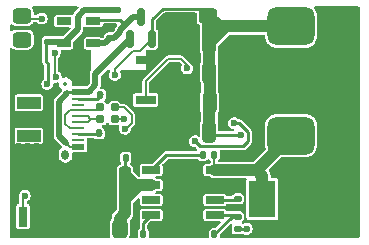
<source format=gtl>
%TF.GenerationSoftware,KiCad,Pcbnew,8.0.6*%
%TF.CreationDate,2025-10-07T13:26:47+02:00*%
%TF.ProjectId,PCB WLED Spec 7,50434220-574c-4454-9420-537065632037,rev?*%
%TF.SameCoordinates,Original*%
%TF.FileFunction,Copper,L1,Top*%
%TF.FilePolarity,Positive*%
%FSLAX46Y46*%
G04 Gerber Fmt 4.6, Leading zero omitted, Abs format (unit mm)*
G04 Created by KiCad (PCBNEW 8.0.6) date 2025-10-07 13:26:47*
%MOMM*%
%LPD*%
G01*
G04 APERTURE LIST*
G04 Aperture macros list*
%AMRoundRect*
0 Rectangle with rounded corners*
0 $1 Rounding radius*
0 $2 $3 $4 $5 $6 $7 $8 $9 X,Y pos of 4 corners*
0 Add a 4 corners polygon primitive as box body*
4,1,4,$2,$3,$4,$5,$6,$7,$8,$9,$2,$3,0*
0 Add four circle primitives for the rounded corners*
1,1,$1+$1,$2,$3*
1,1,$1+$1,$4,$5*
1,1,$1+$1,$6,$7*
1,1,$1+$1,$8,$9*
0 Add four rect primitives between the rounded corners*
20,1,$1+$1,$2,$3,$4,$5,0*
20,1,$1+$1,$4,$5,$6,$7,0*
20,1,$1+$1,$6,$7,$8,$9,0*
20,1,$1+$1,$8,$9,$2,$3,0*%
G04 Aperture macros list end*
%TA.AperFunction,SMDPad,CuDef*%
%ADD10RoundRect,0.250000X0.250000X0.475000X-0.250000X0.475000X-0.250000X-0.475000X0.250000X-0.475000X0*%
%TD*%
%TA.AperFunction,SMDPad,CuDef*%
%ADD11RoundRect,0.160000X-0.197500X-0.160000X0.197500X-0.160000X0.197500X0.160000X-0.197500X0.160000X0*%
%TD*%
%TA.AperFunction,SMDPad,CuDef*%
%ADD12R,0.800000X1.700000*%
%TD*%
%TA.AperFunction,SMDPad,CuDef*%
%ADD13RoundRect,0.135000X-0.135000X-0.185000X0.135000X-0.185000X0.135000X0.185000X-0.135000X0.185000X0*%
%TD*%
%TA.AperFunction,SMDPad,CuDef*%
%ADD14RoundRect,0.140000X0.170000X-0.140000X0.170000X0.140000X-0.170000X0.140000X-0.170000X-0.140000X0*%
%TD*%
%TA.AperFunction,SMDPad,CuDef*%
%ADD15RoundRect,0.150000X0.150000X-0.587500X0.150000X0.587500X-0.150000X0.587500X-0.150000X-0.587500X0*%
%TD*%
%TA.AperFunction,SMDPad,CuDef*%
%ADD16RoundRect,0.081250X0.528750X0.243750X-0.528750X0.243750X-0.528750X-0.243750X0.528750X-0.243750X0*%
%TD*%
%TA.AperFunction,SMDPad,CuDef*%
%ADD17RoundRect,0.135000X0.135000X0.185000X-0.135000X0.185000X-0.135000X-0.185000X0.135000X-0.185000X0*%
%TD*%
%TA.AperFunction,SMDPad,CuDef*%
%ADD18RoundRect,0.325000X-0.325000X-0.475000X0.325000X-0.475000X0.325000X0.475000X-0.325000X0.475000X0*%
%TD*%
%TA.AperFunction,SMDPad,CuDef*%
%ADD19RoundRect,0.140000X0.140000X0.170000X-0.140000X0.170000X-0.140000X-0.170000X0.140000X-0.170000X0*%
%TD*%
%TA.AperFunction,SMDPad,CuDef*%
%ADD20R,2.000000X1.000000*%
%TD*%
%TA.AperFunction,SMDPad,CuDef*%
%ADD21R,1.000000X0.520000*%
%TD*%
%TA.AperFunction,SMDPad,CuDef*%
%ADD22R,1.000000X0.270000*%
%TD*%
%TA.AperFunction,ComponentPad*%
%ADD23O,2.300000X1.300000*%
%TD*%
%TA.AperFunction,ComponentPad*%
%ADD24O,2.600000X1.300000*%
%TD*%
%TA.AperFunction,SMDPad,CuDef*%
%ADD25RoundRect,0.325000X0.325000X0.475000X-0.325000X0.475000X-0.325000X-0.475000X0.325000X-0.475000X0*%
%TD*%
%TA.AperFunction,SMDPad,CuDef*%
%ADD26RoundRect,0.250000X0.325000X0.650000X-0.325000X0.650000X-0.325000X-0.650000X0.325000X-0.650000X0*%
%TD*%
%TA.AperFunction,SMDPad,CuDef*%
%ADD27RoundRect,0.325000X0.475000X-0.325000X0.475000X0.325000X-0.475000X0.325000X-0.475000X-0.325000X0*%
%TD*%
%TA.AperFunction,SMDPad,CuDef*%
%ADD28R,1.700000X0.800000*%
%TD*%
%TA.AperFunction,SMDPad,CuDef*%
%ADD29RoundRect,0.015000X-0.760000X-0.285000X0.760000X-0.285000X0.760000X0.285000X-0.760000X0.285000X0*%
%TD*%
%TA.AperFunction,SMDPad,CuDef*%
%ADD30R,2.950000X4.900000*%
%TD*%
%TA.AperFunction,ComponentPad*%
%ADD31C,0.300000*%
%TD*%
%TA.AperFunction,SMDPad,CuDef*%
%ADD32R,2.290000X3.120000*%
%TD*%
%TA.AperFunction,SMDPad,CuDef*%
%ADD33RoundRect,0.140000X-0.170000X0.140000X-0.170000X-0.140000X0.170000X-0.140000X0.170000X0.140000X0*%
%TD*%
%TA.AperFunction,SMDPad,CuDef*%
%ADD34RoundRect,0.135000X-0.185000X0.135000X-0.185000X-0.135000X0.185000X-0.135000X0.185000X0.135000X0*%
%TD*%
%TA.AperFunction,SMDPad,CuDef*%
%ADD35RoundRect,0.140000X-0.140000X-0.170000X0.140000X-0.170000X0.140000X0.170000X-0.140000X0.170000X0*%
%TD*%
%TA.AperFunction,SMDPad,CuDef*%
%ADD36RoundRect,0.812500X1.187500X-0.812500X1.187500X0.812500X-1.187500X0.812500X-1.187500X-0.812500X0*%
%TD*%
%TA.AperFunction,ViaPad*%
%ADD37C,0.600000*%
%TD*%
%TA.AperFunction,Conductor*%
%ADD38C,0.200000*%
%TD*%
%TA.AperFunction,Conductor*%
%ADD39C,0.157000*%
%TD*%
%TA.AperFunction,Conductor*%
%ADD40C,0.250000*%
%TD*%
%TA.AperFunction,Conductor*%
%ADD41C,1.000000*%
%TD*%
%TA.AperFunction,Conductor*%
%ADD42C,0.500000*%
%TD*%
%ADD43C,0.300000*%
%ADD44C,0.350000*%
%ADD45O,0.599999X0.849999*%
%ADD46O,1.600000X0.600000*%
%ADD47O,1.900000X0.600000*%
%ADD48C,0.200000*%
G04 APERTURE END LIST*
D10*
%TO.P,C15,1*%
%TO.N,+BATT*%
X189950000Y-86500000D03*
%TO.P,C15,2*%
%TO.N,GND*%
X188050000Y-86500000D03*
%TD*%
D11*
%TO.P,R4,1*%
%TO.N,Net-(J1-D+-PadA6)*%
X187856491Y-79740363D03*
%TO.P,R4,2*%
%TO.N,USB_D+*%
X189051491Y-79740363D03*
%TD*%
D12*
%TO.P,S1,1*%
%TO.N,BOOT*%
X181300000Y-88000000D03*
%TO.P,S1,2*%
%TO.N,GND*%
X184700000Y-88000000D03*
%TD*%
D13*
%TO.P,R2,1*%
%TO.N,Net-(J1-CC2)*%
X187733991Y-80940363D03*
%TO.P,R2,2*%
%TO.N,GND*%
X188753991Y-80940363D03*
%TD*%
D14*
%TO.P,C2,1*%
%TO.N,3.3V*%
X183400000Y-73180000D03*
%TO.P,C2,2*%
%TO.N,GND*%
X183400000Y-72220000D03*
%TD*%
%TO.P,C13,1*%
%TO.N,SS*%
X199500000Y-86480000D03*
%TO.P,C13,2*%
%TO.N,GND*%
X199500000Y-85520000D03*
%TD*%
D15*
%TO.P,D1,1*%
%TO.N,5V_USB*%
X190337500Y-72977500D03*
%TO.P,D1,2*%
%TO.N,5V_BUCK*%
X192237500Y-72977500D03*
%TO.P,D1,3*%
%TO.N,4.5V*%
X191287500Y-71102500D03*
%TD*%
D16*
%TO.P,U2,1,VIN*%
%TO.N,4.5V*%
X187245000Y-73320000D03*
%TO.P,U2,2,GND*%
%TO.N,GND*%
X187245000Y-72380000D03*
%TO.P,U2,3,EN*%
%TO.N,4.5V*%
X187245000Y-71440000D03*
%TO.P,U2,4*%
%TO.N,N/C*%
X184755000Y-71440000D03*
%TO.P,U2,5,VOUT*%
%TO.N,3.3V*%
X184755000Y-73320000D03*
%TD*%
D17*
%TO.P,R10,1*%
%TO.N,FB*%
X197510000Y-89500000D03*
%TO.P,R10,2*%
%TO.N,GND*%
X196490000Y-89500000D03*
%TD*%
D13*
%TO.P,R11,1*%
%TO.N,Switching frequency*%
X191490000Y-89500000D03*
%TO.P,R11,2*%
%TO.N,GND*%
X192510000Y-89500000D03*
%TD*%
D18*
%TO.P,S3,1,solder*%
%TO.N,+BATT*%
X189500000Y-89000000D03*
%TD*%
D19*
%TO.P,C14,1*%
%TO.N,+BATT*%
X190000000Y-83000000D03*
%TO.P,C14,2*%
%TO.N,GND*%
X189040000Y-83000000D03*
%TD*%
D20*
%TO.P,J1,*%
%TO.N,*%
X181800000Y-78350000D03*
X181800000Y-81150000D03*
D21*
%TO.P,J1,A1,GND*%
%TO.N,GND*%
X186000000Y-76650000D03*
%TO.P,J1,A4,VBUS*%
%TO.N,5V_USB*%
X186000000Y-77400000D03*
D22*
%TO.P,J1,A5,CC1*%
%TO.N,Net-(J1-CC1)*%
X186000000Y-78000000D03*
%TO.P,J1,A6,D+*%
%TO.N,Net-(J1-D+-PadA6)*%
X186000000Y-79500000D03*
%TO.P,J1,A7,D-*%
%TO.N,Net-(J1-D--PadA7)*%
X186000000Y-80500000D03*
%TO.P,J1,A8,SBU1*%
%TO.N,unconnected-(J1-SBU1-PadA8)*%
X186000000Y-81500000D03*
D21*
%TO.P,J1,A9,VBUS*%
%TO.N,5V_USB*%
X186000000Y-82100000D03*
%TO.P,J1,A12,GND*%
%TO.N,GND*%
X186000000Y-82850000D03*
%TO.P,J1,B1,GND*%
X186000000Y-82850000D03*
%TO.P,J1,B4,VBUS*%
%TO.N,5V_USB*%
X186000000Y-82100000D03*
D22*
%TO.P,J1,B5,CC2*%
%TO.N,Net-(J1-CC2)*%
X186000000Y-81000000D03*
%TO.P,J1,B6,D+*%
%TO.N,Net-(J1-D+-PadA6)*%
X186000000Y-80000000D03*
%TO.P,J1,B7,D-*%
%TO.N,Net-(J1-D--PadA7)*%
X186000000Y-79000000D03*
%TO.P,J1,B8,SBU2*%
%TO.N,unconnected-(J1-SBU2-PadB8)*%
X186000000Y-78500000D03*
D21*
%TO.P,J1,B9,VBUS*%
%TO.N,5V_USB*%
X186000000Y-77400000D03*
%TO.P,J1,B12,GND*%
%TO.N,GND*%
X186000000Y-76650000D03*
D23*
%TO.P,J1,S1,SHIELD*%
X185625000Y-75430000D03*
D24*
X181800000Y-75430000D03*
D23*
X185625000Y-84070000D03*
D24*
X181800000Y-84070000D03*
%TD*%
D11*
%TO.P,R3,1*%
%TO.N,Net-(J1-D--PadA7)*%
X187856491Y-78740363D03*
%TO.P,R3,2*%
%TO.N,USB_D-*%
X189051491Y-78740363D03*
%TD*%
D25*
%TO.P,S4,1,solder*%
%TO.N,GND*%
X187500000Y-89000000D03*
%TD*%
D26*
%TO.P,C10,1*%
%TO.N,5V_BUCK*%
X197075000Y-75800000D03*
%TO.P,C10,2*%
%TO.N,GND*%
X194125000Y-75800000D03*
%TD*%
D27*
%TO.P,S7,1,solder*%
%TO.N,LED1_OUT*%
X181200000Y-71000000D03*
%TD*%
D28*
%TO.P,S2,1*%
%TO.N,ENABLE*%
X191680000Y-78120000D03*
%TO.P,S2,2*%
%TO.N,GND*%
X191680000Y-74720000D03*
%TD*%
D29*
%TO.P,U3,1,BOOT*%
%TO.N,Net-(U3-BOOT)*%
X192150000Y-84045000D03*
%TO.P,U3,2,VIN*%
%TO.N,+BATT*%
X192150000Y-85315000D03*
%TO.P,U3,3,EN*%
%TO.N,unconnected-(U3-EN-Pad3)*%
X192150000Y-86585000D03*
%TO.P,U3,4,RT/SYNC*%
%TO.N,Switching frequency*%
X192150000Y-87855000D03*
%TO.P,U3,5,FB*%
%TO.N,FB*%
X197550000Y-87855000D03*
%TO.P,U3,6,SS*%
%TO.N,SS*%
X197550000Y-86585000D03*
%TO.P,U3,7,GND*%
%TO.N,GND*%
X197550000Y-85315000D03*
%TO.P,U3,8,SW*%
%TO.N,Net-(D2-K)*%
X197550000Y-84045000D03*
D30*
%TO.P,U3,9,EXP*%
%TO.N,GND*%
X194850000Y-85950000D03*
D31*
%TO.P,U3,10,EXP*%
X194200000Y-84000000D03*
%TO.P,U3,11,EXP*%
X195500000Y-84000000D03*
%TO.P,U3,12,EXP*%
X194200000Y-85300000D03*
%TO.P,U3,13,EXP*%
X195500000Y-85300000D03*
%TO.P,U3,14,EXP*%
X194200000Y-86600000D03*
%TO.P,U3,15,EXP*%
X195500000Y-86600000D03*
%TO.P,U3,16,EXP*%
X194200000Y-87900000D03*
%TO.P,U3,17,EXP*%
X195500000Y-87900000D03*
%TD*%
D17*
%TO.P,R1,1*%
%TO.N,GND*%
X188860000Y-77690000D03*
%TO.P,R1,2*%
%TO.N,Net-(J1-CC1)*%
X187840000Y-77690000D03*
%TD*%
D32*
%TO.P,D2,1,K*%
%TO.N,Net-(D2-K)*%
X201570000Y-86500000D03*
%TO.P,D2,2,A*%
%TO.N,GND*%
X208430000Y-86500000D03*
%TD*%
D27*
%TO.P,S5,1,solder*%
%TO.N,5V_BUCK*%
X197000000Y-71000000D03*
%TD*%
D10*
%TO.P,C16,1*%
%TO.N,+BATT*%
X189950000Y-84500000D03*
%TO.P,C16,2*%
%TO.N,GND*%
X188050000Y-84500000D03*
%TD*%
D27*
%TO.P,S8,1,solder*%
%TO.N,PWM1*%
X181200000Y-73000000D03*
%TD*%
D26*
%TO.P,C9,1*%
%TO.N,5V_BUCK*%
X197100000Y-78300000D03*
%TO.P,C9,2*%
%TO.N,GND*%
X194150000Y-78300000D03*
%TD*%
%TO.P,C11,1*%
%TO.N,5V_BUCK*%
X197075000Y-73300000D03*
%TO.P,C11,2*%
%TO.N,GND*%
X194125000Y-73300000D03*
%TD*%
D33*
%TO.P,C1,1*%
%TO.N,GND*%
X188700000Y-71920000D03*
%TO.P,C1,2*%
%TO.N,4.5V*%
X188700000Y-72880000D03*
%TD*%
D34*
%TO.P,R9,1*%
%TO.N,FB*%
X199500000Y-87990000D03*
%TO.P,R9,2*%
%TO.N,5V_BUCK*%
X199500000Y-89010000D03*
%TD*%
D26*
%TO.P,C8,1*%
%TO.N,5V_BUCK*%
X197075000Y-80800000D03*
%TO.P,C8,2*%
%TO.N,GND*%
X194125000Y-80800000D03*
%TD*%
D27*
%TO.P,S6,1,solder*%
%TO.N,GND*%
X194150000Y-71350000D03*
%TD*%
D35*
%TO.P,C12,1*%
%TO.N,Net-(U3-BOOT)*%
X196520000Y-82760000D03*
%TO.P,C12,2*%
%TO.N,Net-(D2-K)*%
X197480000Y-82760000D03*
%TD*%
D36*
%TO.P,L2,2,2*%
%TO.N,5V_BUCK*%
X204000000Y-71875000D03*
%TO.P,L2,1,1*%
%TO.N,Net-(D2-K)*%
X204000000Y-81125000D03*
%TD*%
D37*
%TO.N,GND*%
X181000000Y-82750000D03*
X181000000Y-82000000D03*
X183250000Y-82000000D03*
X181750000Y-82750000D03*
X183250000Y-82750000D03*
X182500000Y-82000000D03*
X181750000Y-82000000D03*
X182500000Y-82750000D03*
X183500000Y-88500000D03*
X183500000Y-87000000D03*
X183500000Y-89250000D03*
X182750000Y-87750000D03*
X183500000Y-87750000D03*
X182750000Y-88500000D03*
X182750000Y-89250000D03*
X182750000Y-87000000D03*
X185500000Y-87000000D03*
X185500000Y-89250000D03*
X186250000Y-88500000D03*
X185500000Y-88500000D03*
X186250000Y-87000000D03*
X185500000Y-87750000D03*
X186250000Y-89250000D03*
X186250000Y-87750000D03*
X204000000Y-88000000D03*
X204750000Y-86500000D03*
X204000000Y-88750000D03*
X206250000Y-87250000D03*
X205500000Y-88750000D03*
X204000000Y-87250000D03*
X205500000Y-87250000D03*
X204750000Y-88000000D03*
X204000000Y-86500000D03*
X206250000Y-86500000D03*
X204750000Y-88750000D03*
X205500000Y-88000000D03*
X204750000Y-87250000D03*
X205500000Y-86500000D03*
X206250000Y-88000000D03*
X206250000Y-88750000D03*
X205500000Y-85750000D03*
X205500000Y-85000000D03*
X206250000Y-83500000D03*
X204000000Y-83500000D03*
X204750000Y-85750000D03*
X204000000Y-84250000D03*
X204750000Y-84250000D03*
X204750000Y-85000000D03*
X205500000Y-83500000D03*
X206250000Y-85000000D03*
X206250000Y-85750000D03*
X205500000Y-84250000D03*
X206250000Y-84250000D03*
X204000000Y-85750000D03*
X204000000Y-85000000D03*
X204750000Y-83500000D03*
X200250000Y-76000000D03*
X200250000Y-76750000D03*
X201000000Y-75250000D03*
X201000000Y-76750000D03*
X201000000Y-76000000D03*
X201000000Y-77500000D03*
X201000000Y-78250000D03*
X200250000Y-77500000D03*
X200250000Y-78250000D03*
X200250000Y-75250000D03*
X201000000Y-74500000D03*
X200250000Y-74500000D03*
X203250000Y-77500000D03*
X201750000Y-77500000D03*
X203250000Y-78250000D03*
X201750000Y-78250000D03*
X202500000Y-77500000D03*
X202500000Y-78250000D03*
X206250000Y-78250000D03*
X204000000Y-77500000D03*
X205500000Y-78250000D03*
X204750000Y-77500000D03*
X206250000Y-77500000D03*
X205500000Y-77500000D03*
X204000000Y-78250000D03*
X204750000Y-78250000D03*
X203250000Y-76750000D03*
X205500000Y-74500000D03*
X201750000Y-75250000D03*
X206250000Y-75250000D03*
X204000000Y-75250000D03*
X206250000Y-76000000D03*
X202500000Y-76750000D03*
X204750000Y-76750000D03*
X205500000Y-75250000D03*
X204750000Y-76000000D03*
X201750000Y-76000000D03*
X202500000Y-76000000D03*
X203250000Y-75250000D03*
X203250000Y-76000000D03*
X206250000Y-74500000D03*
X204000000Y-76000000D03*
X204750000Y-74500000D03*
X204750000Y-75250000D03*
X202500000Y-75250000D03*
X205500000Y-76750000D03*
X204000000Y-74500000D03*
X203250000Y-74500000D03*
X202500000Y-74500000D03*
X201750000Y-74500000D03*
X204000000Y-76750000D03*
X205500000Y-76000000D03*
X206250000Y-76750000D03*
X201750000Y-76750000D03*
X207750000Y-79750000D03*
X207000000Y-83500000D03*
X207750000Y-80500000D03*
X207000000Y-72250000D03*
X207000000Y-73000000D03*
X207000000Y-73750000D03*
X207750000Y-78250000D03*
X207000000Y-74500000D03*
X207000000Y-79000000D03*
X207000000Y-82750000D03*
X207000000Y-76750000D03*
X207750000Y-81250000D03*
X207000000Y-78250000D03*
X207000000Y-80500000D03*
X207000000Y-76000000D03*
X207750000Y-79000000D03*
X207750000Y-84250000D03*
X207000000Y-79750000D03*
X207000000Y-71500000D03*
X207750000Y-77500000D03*
X207000000Y-81250000D03*
X207000000Y-77500000D03*
X207750000Y-82750000D03*
X207000000Y-84250000D03*
X207750000Y-83500000D03*
X207000000Y-75250000D03*
X207000000Y-70750000D03*
X207000000Y-82000000D03*
X207750000Y-82000000D03*
X207750000Y-76750000D03*
X207750000Y-76000000D03*
X207750000Y-75250000D03*
X207750000Y-74500000D03*
X207750000Y-73750000D03*
X207750000Y-73000000D03*
X207750000Y-72250000D03*
X207750000Y-71500000D03*
X207750000Y-70750000D03*
X208500000Y-79750000D03*
X208500000Y-80500000D03*
X208500000Y-78250000D03*
X208500000Y-81250000D03*
X208500000Y-79000000D03*
X208500000Y-84250000D03*
X208500000Y-77500000D03*
X208500000Y-82750000D03*
X208500000Y-83500000D03*
X208500000Y-82000000D03*
X208500000Y-76750000D03*
X208500000Y-76000000D03*
X208500000Y-75250000D03*
X208500000Y-74500000D03*
X208500000Y-73750000D03*
X208500000Y-73000000D03*
X208500000Y-72250000D03*
X208500000Y-71500000D03*
X208500000Y-70750000D03*
X209250000Y-84250000D03*
X209250000Y-83500000D03*
X209250000Y-82750000D03*
X209250000Y-82000000D03*
X209250000Y-81250000D03*
X209250000Y-80500000D03*
X209250000Y-79750000D03*
X209250000Y-79000000D03*
X209250000Y-78250000D03*
X209250000Y-77500000D03*
X209250000Y-76750000D03*
X209250000Y-76000000D03*
X209250000Y-75250000D03*
X209250000Y-74500000D03*
X209250000Y-73750000D03*
X209250000Y-73000000D03*
X209250000Y-72250000D03*
X209250000Y-71500000D03*
X209250000Y-70750000D03*
X193030000Y-78250000D03*
X192500000Y-79850000D03*
X191500000Y-82810000D03*
X190830000Y-82120000D03*
X191470000Y-82170000D03*
X188620000Y-77960000D03*
X198490000Y-75050000D03*
X195240000Y-71080000D03*
X190870000Y-82810000D03*
X198900000Y-77810000D03*
X192851303Y-74024580D03*
X193300000Y-79060000D03*
X194150000Y-79870000D03*
X192510000Y-79010000D03*
X194170000Y-79080000D03*
X193270000Y-79860000D03*
%TO.N,5V_BUCK*%
X184076456Y-76154020D03*
X200240000Y-89030000D03*
X199743058Y-81096942D03*
X183991544Y-74097222D03*
X189090000Y-76000000D03*
%TO.N,BOOT*%
X181440000Y-86240000D03*
%TO.N,ENABLE*%
X195199999Y-75438966D03*
%TO.N,USB_D-*%
X189920761Y-80539774D03*
%TO.N,USB_D+*%
X189890000Y-79740363D03*
%TO.N,3.3V*%
X199180000Y-80080000D03*
X183373871Y-76768871D03*
X195870000Y-81620000D03*
X189320000Y-70500000D03*
%TO.N,LED1_OUT*%
X182880000Y-71220000D03*
%TO.N,PWM1*%
X181230000Y-72690000D03*
%TD*%
D38*
%TO.N,5V_BUCK*%
X189090000Y-75500000D02*
X189090000Y-76000000D01*
X190580000Y-74010000D02*
X189090000Y-75500000D01*
X191205000Y-74010000D02*
X190580000Y-74010000D01*
X192237500Y-72977500D02*
X191205000Y-74010000D01*
D39*
%TO.N,ENABLE*%
X195199999Y-75145661D02*
X195199999Y-75438966D01*
X194675838Y-74621500D02*
X195199999Y-75145661D01*
X193574162Y-74621500D02*
X194675838Y-74621500D01*
X191680000Y-76515662D02*
X193574162Y-74621500D01*
X191680000Y-78120000D02*
X191680000Y-76515662D01*
D40*
X195199999Y-75438966D02*
X195245000Y-75483967D01*
D38*
%TO.N,USB_D-*%
X189819676Y-78740363D02*
X189051491Y-78740363D01*
X190490000Y-79410687D02*
X189819676Y-78740363D01*
X190490000Y-80070039D02*
X190490000Y-79410687D01*
X190020265Y-80539774D02*
X190490000Y-80070039D01*
X189920761Y-80539774D02*
X190020265Y-80539774D01*
D39*
%TO.N,USB_D+*%
X189051491Y-79740363D02*
X189890000Y-79740363D01*
D41*
%TO.N,GND*%
X188050000Y-83970000D02*
X189020000Y-83000000D01*
D40*
X198490000Y-75050000D02*
X198900000Y-75460000D01*
D42*
X182570000Y-72740001D02*
X182570000Y-74660000D01*
D40*
X195240000Y-71080000D02*
X194420000Y-71080000D01*
D41*
X197550000Y-85315000D02*
X195485000Y-85315000D01*
X195485000Y-85315000D02*
X194850000Y-85950000D01*
D40*
X198900000Y-75460000D02*
X198900000Y-77810000D01*
D41*
X187500000Y-89000000D02*
X187500000Y-87050000D01*
D40*
X188866491Y-77713509D02*
X188620000Y-77960000D01*
D42*
X186060000Y-74995000D02*
X185625000Y-75430000D01*
D40*
X186000000Y-76650000D02*
X186000000Y-75805000D01*
D42*
X186060000Y-73530000D02*
X186060000Y-74995000D01*
D41*
X188050000Y-84500000D02*
X188050000Y-83970000D01*
D40*
X186060000Y-72955001D02*
X186060000Y-73530000D01*
X188314999Y-71920000D02*
X188700000Y-71920000D01*
X186000000Y-82850000D02*
X186000000Y-83695000D01*
X187245000Y-72380000D02*
X186635001Y-72380000D01*
X192045883Y-74830000D02*
X192851303Y-74024580D01*
D42*
X197755000Y-85520000D02*
X197550000Y-85315000D01*
D41*
X188050000Y-86500000D02*
X188050000Y-84500000D01*
D40*
X188866491Y-77640363D02*
X188866491Y-77713509D01*
D42*
X183400000Y-72220000D02*
X183090001Y-72220000D01*
D40*
X186060000Y-73530000D02*
X186060000Y-73880000D01*
D41*
X187500000Y-87050000D02*
X188050000Y-86500000D01*
D42*
X182570000Y-74660000D02*
X181800000Y-75430000D01*
D40*
X191490000Y-74830000D02*
X192045883Y-74830000D01*
X187245000Y-72380000D02*
X187854999Y-72380000D01*
D42*
X183090001Y-72220000D02*
X182570000Y-72740001D01*
D40*
X194420000Y-71080000D02*
X194150000Y-71350000D01*
D42*
X199500000Y-85520000D02*
X197755000Y-85520000D01*
D40*
X187854999Y-72380000D02*
X188314999Y-71920000D01*
X186000000Y-75805000D02*
X185625000Y-75430000D01*
X186635001Y-72380000D02*
X186060000Y-72955001D01*
X186000000Y-83695000D02*
X185625000Y-84070000D01*
D41*
%TO.N,5V_BUCK*%
X197875000Y-71875000D02*
X197000000Y-71000000D01*
X198500000Y-71875000D02*
X197875000Y-71875000D01*
D40*
X197371942Y-81096942D02*
X197075000Y-80800000D01*
X192237500Y-72977500D02*
X192250000Y-72965000D01*
D41*
X197075000Y-73300000D02*
X197075000Y-75800000D01*
X197075000Y-78325000D02*
X197100000Y-78300000D01*
X197000000Y-71000000D02*
X197000000Y-73225000D01*
D38*
X183991544Y-76068456D02*
X183940000Y-76120000D01*
D40*
X192237500Y-72977500D02*
X192237500Y-71262500D01*
X199743058Y-81096942D02*
X197371942Y-81096942D01*
X196375000Y-70375000D02*
X197000000Y-71000000D01*
D41*
X197075000Y-80800000D02*
X197075000Y-78325000D01*
D38*
X183940000Y-76120000D02*
X183974020Y-76154020D01*
D41*
X197000000Y-73225000D02*
X197075000Y-73300000D01*
D40*
X199500000Y-89010000D02*
X200220000Y-89010000D01*
D41*
X198500000Y-71875000D02*
X197075000Y-73300000D01*
D40*
X193125000Y-70375000D02*
X196375000Y-70375000D01*
X192237500Y-71262500D02*
X193125000Y-70375000D01*
X200220000Y-89010000D02*
X200240000Y-89030000D01*
D41*
X197100000Y-75825000D02*
X197075000Y-75800000D01*
X204000000Y-71875000D02*
X198500000Y-71875000D01*
D38*
X183991544Y-74097222D02*
X183991544Y-76068456D01*
X183974020Y-76154020D02*
X184076456Y-76154020D01*
D41*
X197100000Y-78300000D02*
X197100000Y-75825000D01*
D38*
%TO.N,5V_USB*%
X186000000Y-82100000D02*
X185300000Y-82100000D01*
D42*
X184350000Y-78254594D02*
X184350000Y-81150000D01*
X187420000Y-75895000D02*
X190337500Y-72977500D01*
X186910000Y-77400000D02*
X187420000Y-76890000D01*
X184350000Y-81150000D02*
X184940000Y-81740000D01*
X186000000Y-77400000D02*
X186910000Y-77400000D01*
X185047297Y-77557297D02*
X184350000Y-78254594D01*
X187420000Y-76890000D02*
X187420000Y-75895000D01*
D40*
X185047297Y-77557297D02*
X185204594Y-77400000D01*
X185204594Y-77400000D02*
X186000000Y-77400000D01*
D38*
X185300000Y-82100000D02*
X184940000Y-81740000D01*
X184940000Y-81740000D02*
X184910000Y-81740000D01*
D42*
%TO.N,4.5V*%
X189009999Y-72880000D02*
X189540000Y-72349999D01*
D40*
X187370000Y-71315000D02*
X189525000Y-71315000D01*
D42*
X190622316Y-71102500D02*
X191287500Y-71102500D01*
X189967408Y-71757408D02*
X190622316Y-71102500D01*
X189540000Y-72349999D02*
X189540000Y-72184816D01*
D40*
X187245000Y-71440000D02*
X187370000Y-71315000D01*
D42*
X188260000Y-73320000D02*
X188700000Y-72880000D01*
X189540000Y-72184816D02*
X189967408Y-71757408D01*
X187245000Y-73320000D02*
X188260000Y-73320000D01*
D40*
X189525000Y-71315000D02*
X189967408Y-71757408D01*
D42*
X188700000Y-72880000D02*
X189009999Y-72880000D01*
D38*
%TO.N,Net-(J1-D--PadA7)*%
X186000000Y-79000000D02*
X185250000Y-79000000D01*
X184900000Y-80135000D02*
X185265000Y-80500000D01*
X186000000Y-79000000D02*
X187702500Y-79000000D01*
X185265000Y-80500000D02*
X186000000Y-80500000D01*
X187702500Y-79000000D02*
X188002500Y-78700000D01*
X185250000Y-79000000D02*
X184900000Y-79350000D01*
X184900000Y-79350000D02*
X184900000Y-80135000D01*
%TO.N,Net-(J1-D+-PadA6)*%
X187000000Y-79700000D02*
X188002500Y-79700000D01*
X187000000Y-79700000D02*
X186800000Y-79500000D01*
X186800000Y-80000000D02*
X187000000Y-79800000D01*
X187000000Y-79800000D02*
X187000000Y-79700000D01*
X186800000Y-79500000D02*
X186000000Y-79500000D01*
X186000000Y-80000000D02*
X186800000Y-80000000D01*
D40*
%TO.N,Net-(J1-CC1)*%
X186000000Y-78000000D02*
X187592500Y-78000000D01*
X187592500Y-78000000D02*
X187992500Y-77600000D01*
%TO.N,Net-(J1-CC2)*%
X186000000Y-81000000D02*
X187780000Y-81000000D01*
X187780000Y-81000000D02*
X187880000Y-80900000D01*
D38*
%TO.N,BOOT*%
X181300000Y-86380000D02*
X181440000Y-86240000D01*
X181300000Y-88000000D02*
X181300000Y-86380000D01*
D40*
%TO.N,3.3V*%
X183260000Y-73320000D02*
X183400000Y-73180000D01*
X183425000Y-75833858D02*
X183425000Y-75026142D01*
X200370000Y-80840000D02*
X199610000Y-80080000D01*
X183430000Y-75838858D02*
X183425000Y-75833858D01*
D42*
X186490000Y-70500000D02*
X189320000Y-70500000D01*
D40*
X183425000Y-75026142D02*
X183260000Y-74861142D01*
X195870000Y-81620000D02*
X196275000Y-82025000D01*
X183373871Y-76768871D02*
X183430000Y-76712742D01*
X199610000Y-80080000D02*
X199180000Y-80080000D01*
X183260000Y-74861142D02*
X183260000Y-73320000D01*
D42*
X185940000Y-72135000D02*
X185940000Y-71050000D01*
D40*
X200370000Y-81600000D02*
X200370000Y-80840000D01*
X199945000Y-82025000D02*
X200370000Y-81600000D01*
D42*
X185940000Y-71050000D02*
X186490000Y-70500000D01*
D40*
X196275000Y-82025000D02*
X199945000Y-82025000D01*
X183430000Y-76712742D02*
X183430000Y-75838858D01*
D42*
X183400000Y-73180000D02*
X184615000Y-73180000D01*
X184755000Y-73320000D02*
X185940000Y-72135000D01*
X184615000Y-73180000D02*
X184755000Y-73320000D01*
D38*
%TO.N,LED1_OUT*%
X181420000Y-71220000D02*
X181200000Y-71000000D01*
X182880000Y-71220000D02*
X181420000Y-71220000D01*
D40*
%TO.N,FB*%
X199365000Y-87855000D02*
X199500000Y-87990000D01*
X199020000Y-87990000D02*
X197510000Y-89500000D01*
X197550000Y-87855000D02*
X199365000Y-87855000D01*
X199500000Y-87990000D02*
X199020000Y-87990000D01*
%TO.N,SS*%
X197550000Y-86585000D02*
X199395000Y-86585000D01*
X199395000Y-86585000D02*
X199500000Y-86480000D01*
%TO.N,Net-(U3-BOOT)*%
X193435000Y-82760000D02*
X196520000Y-82760000D01*
X192150000Y-84045000D02*
X193435000Y-82760000D01*
%TO.N,+BATT*%
X189950000Y-83050000D02*
X190000000Y-83000000D01*
D41*
X189950000Y-86500000D02*
X191135000Y-85315000D01*
X191135000Y-85315000D02*
X192150000Y-85315000D01*
X189500000Y-89000000D02*
X189500000Y-88160000D01*
X190765000Y-85315000D02*
X191135000Y-85315000D01*
X189950000Y-84500000D02*
X190765000Y-85315000D01*
X189950000Y-86500000D02*
X189950000Y-84500000D01*
X189500000Y-88160000D02*
X189950000Y-87710000D01*
X189950000Y-87710000D02*
X189950000Y-86500000D01*
D40*
X189950000Y-84500000D02*
X189950000Y-83050000D01*
D41*
%TO.N,Net-(D2-K)*%
X201080000Y-84045000D02*
X204000000Y-81125000D01*
X197550000Y-84045000D02*
X201080000Y-84045000D01*
D38*
X197480000Y-83975000D02*
X197550000Y-84045000D01*
D41*
X201080000Y-84045000D02*
X201570000Y-84535000D01*
D38*
X197480000Y-82760000D02*
X197480000Y-83975000D01*
D41*
X201570000Y-84535000D02*
X201570000Y-86500000D01*
D40*
%TO.N,Switching frequency*%
X192150000Y-87855000D02*
X191500000Y-88505000D01*
X191500000Y-89490000D02*
X191490000Y-89500000D01*
X191500000Y-88505000D02*
X191500000Y-89490000D01*
D38*
%TO.N,PWM1*%
X181230000Y-72690000D02*
X181230000Y-72970000D01*
X181230000Y-72970000D02*
X181200000Y-73000000D01*
%TD*%
%TA.AperFunction,Conductor*%
%TO.N,GND*%
G36*
X185971580Y-70219407D02*
G01*
X186007544Y-70268907D01*
X186007544Y-70330093D01*
X185983393Y-70369503D01*
X185579511Y-70773385D01*
X185579507Y-70773390D01*
X185520198Y-70876115D01*
X185518159Y-70881040D01*
X185478422Y-70927565D01*
X185418927Y-70941848D01*
X185386709Y-70933718D01*
X185349374Y-70917233D01*
X185349373Y-70917232D01*
X185349371Y-70917232D01*
X185325822Y-70914500D01*
X185325816Y-70914500D01*
X184184184Y-70914500D01*
X184184177Y-70914500D01*
X184160629Y-70917232D01*
X184160626Y-70917232D01*
X184160626Y-70917233D01*
X184085284Y-70950500D01*
X184064265Y-70959781D01*
X183989781Y-71034265D01*
X183947232Y-71130629D01*
X183944500Y-71154177D01*
X183944500Y-71725822D01*
X183947232Y-71749370D01*
X183947232Y-71749371D01*
X183947233Y-71749374D01*
X183989781Y-71845735D01*
X184064265Y-71920219D01*
X184160626Y-71962767D01*
X184184184Y-71965500D01*
X185233389Y-71965500D01*
X185291580Y-71984407D01*
X185327544Y-72033907D01*
X185327544Y-72095093D01*
X185303393Y-72134503D01*
X184981122Y-72456774D01*
X184737392Y-72700504D01*
X184682875Y-72728281D01*
X184667388Y-72729500D01*
X183731772Y-72729500D01*
X183689933Y-72720224D01*
X183659493Y-72706029D01*
X183659490Y-72706028D01*
X183629735Y-72702111D01*
X183609901Y-72699500D01*
X183609899Y-72699500D01*
X183190103Y-72699500D01*
X183190092Y-72699501D01*
X183140513Y-72706027D01*
X183140511Y-72706027D01*
X183031686Y-72756774D01*
X182946774Y-72841686D01*
X182896029Y-72950510D01*
X182896028Y-72950511D01*
X182889500Y-73000100D01*
X182889500Y-73359895D01*
X182889501Y-73359907D01*
X182896027Y-73409485D01*
X182925224Y-73472097D01*
X182934500Y-73513937D01*
X182934500Y-74818289D01*
X182934500Y-74903995D01*
X182941333Y-74929496D01*
X182956683Y-74986785D01*
X182999531Y-75060999D01*
X182999533Y-75061001D01*
X182999535Y-75061004D01*
X183070505Y-75131974D01*
X183098281Y-75186489D01*
X183099500Y-75201976D01*
X183099500Y-75876710D01*
X183101127Y-75882782D01*
X183104500Y-75908405D01*
X183104500Y-76292980D01*
X183085593Y-76351171D01*
X183059026Y-76376262D01*
X183042745Y-76386725D01*
X182948493Y-76495499D01*
X182888705Y-76626414D01*
X182868224Y-76768868D01*
X182868224Y-76768873D01*
X182888705Y-76911327D01*
X182936535Y-77016058D01*
X182948494Y-77042244D01*
X182999487Y-77101093D01*
X183042744Y-77151015D01*
X183163813Y-77228821D01*
X183163818Y-77228824D01*
X183270274Y-77260082D01*
X183301906Y-77269370D01*
X183301907Y-77269370D01*
X183301910Y-77269371D01*
X183301912Y-77269371D01*
X183445830Y-77269371D01*
X183445832Y-77269371D01*
X183583924Y-77228824D01*
X183704999Y-77151014D01*
X183799248Y-77042244D01*
X183859036Y-76911328D01*
X183871811Y-76822474D01*
X183879518Y-76768873D01*
X183879518Y-76768866D01*
X183878767Y-76763643D01*
X183889201Y-76703354D01*
X183933079Y-76660712D01*
X183993642Y-76652005D01*
X184004380Y-76654503D01*
X184004493Y-76654519D01*
X184004495Y-76654520D01*
X184004497Y-76654520D01*
X184148415Y-76654520D01*
X184148417Y-76654520D01*
X184222610Y-76632735D01*
X184283769Y-76634482D01*
X184332221Y-76671845D01*
X184349500Y-76727725D01*
X184349500Y-76822474D01*
X184387017Y-76962489D01*
X184459487Y-77088010D01*
X184459489Y-77088012D01*
X184459491Y-77088015D01*
X184561985Y-77190509D01*
X184561987Y-77190510D01*
X184586551Y-77204692D01*
X184627493Y-77250161D01*
X184633889Y-77311011D01*
X184607056Y-77360432D01*
X183989511Y-77977979D01*
X183989507Y-77977984D01*
X183930200Y-78080706D01*
X183930200Y-78080707D01*
X183930201Y-78080708D01*
X183899500Y-78195285D01*
X183899500Y-81209309D01*
X183902016Y-81218697D01*
X183921644Y-81291951D01*
X183921644Y-81291952D01*
X183930198Y-81323881D01*
X183930202Y-81323889D01*
X183989507Y-81426609D01*
X183989509Y-81426611D01*
X183989511Y-81426614D01*
X184588296Y-82025399D01*
X184616072Y-82079914D01*
X184606501Y-82140346D01*
X184567798Y-82181134D01*
X184561987Y-82184489D01*
X184459487Y-82286989D01*
X184387017Y-82412510D01*
X184362354Y-82504552D01*
X184349500Y-82552525D01*
X184349500Y-82947475D01*
X184358080Y-82979496D01*
X184387017Y-83087489D01*
X184459487Y-83213010D01*
X184459489Y-83213012D01*
X184459491Y-83213015D01*
X184561985Y-83315509D01*
X184561987Y-83315510D01*
X184561989Y-83315512D01*
X184687511Y-83387982D01*
X184687512Y-83387982D01*
X184687515Y-83387984D01*
X184827525Y-83425500D01*
X184827526Y-83425500D01*
X184972474Y-83425500D01*
X184972475Y-83425500D01*
X185112485Y-83387984D01*
X185112487Y-83387982D01*
X185112489Y-83387982D01*
X185238010Y-83315512D01*
X185238010Y-83315511D01*
X185238015Y-83315509D01*
X185340509Y-83213015D01*
X185340512Y-83213010D01*
X185412982Y-83087489D01*
X185412982Y-83087487D01*
X185412984Y-83087485D01*
X185450500Y-82947475D01*
X185450500Y-82659500D01*
X185469407Y-82601309D01*
X185518907Y-82565345D01*
X185549500Y-82560500D01*
X186519747Y-82560500D01*
X186519748Y-82560500D01*
X186578231Y-82548867D01*
X186644552Y-82504552D01*
X186688867Y-82438231D01*
X186700500Y-82379748D01*
X186700500Y-81820252D01*
X186700499Y-81820250D01*
X186700499Y-81820244D01*
X186695083Y-81793020D01*
X186688867Y-81761769D01*
X186688866Y-81761767D01*
X186687881Y-81756816D01*
X186687881Y-81718184D01*
X186688866Y-81713232D01*
X186688867Y-81713231D01*
X186700500Y-81654748D01*
X186700500Y-81424500D01*
X186719407Y-81366309D01*
X186768907Y-81330345D01*
X186799500Y-81325500D01*
X187283651Y-81325500D01*
X187341842Y-81344407D01*
X187353654Y-81354496D01*
X187403586Y-81404427D01*
X187403589Y-81404429D01*
X187510815Y-81454430D01*
X187510816Y-81454430D01*
X187510818Y-81454431D01*
X187559675Y-81460863D01*
X187559676Y-81460863D01*
X187908305Y-81460863D01*
X187908307Y-81460863D01*
X187957164Y-81454431D01*
X188064395Y-81404428D01*
X188148056Y-81320767D01*
X188198059Y-81213536D01*
X188204491Y-81164679D01*
X188204491Y-80957007D01*
X188205338Y-80944085D01*
X188205500Y-80942854D01*
X188205500Y-80857147D01*
X188205338Y-80855917D01*
X188204491Y-80842995D01*
X188204491Y-80716048D01*
X188202778Y-80703035D01*
X188198059Y-80667190D01*
X188192651Y-80655593D01*
X188148057Y-80559961D01*
X188148056Y-80559960D01*
X188148056Y-80559959D01*
X188064395Y-80476298D01*
X188064393Y-80476297D01*
X188064392Y-80476296D01*
X188007112Y-80449586D01*
X187962364Y-80407858D01*
X187950689Y-80347797D01*
X187976547Y-80292344D01*
X188030061Y-80262681D01*
X188048950Y-80260862D01*
X188088205Y-80260862D01*
X188158277Y-80250654D01*
X188266366Y-80197812D01*
X188351440Y-80112738D01*
X188365049Y-80084899D01*
X188407590Y-80040926D01*
X188467856Y-80030355D01*
X188522825Y-80057226D01*
X188542930Y-80084897D01*
X188556539Y-80112734D01*
X188556541Y-80112736D01*
X188556542Y-80112738D01*
X188641616Y-80197812D01*
X188749705Y-80250654D01*
X188819776Y-80260863D01*
X189283205Y-80260862D01*
X189333407Y-80253548D01*
X189393713Y-80263869D01*
X189436438Y-80307667D01*
X189445258Y-80368213D01*
X189437734Y-80392634D01*
X189435595Y-80397318D01*
X189415114Y-80539771D01*
X189415114Y-80539776D01*
X189435595Y-80682230D01*
X189488077Y-80797147D01*
X189495384Y-80813147D01*
X189567445Y-80896310D01*
X189589634Y-80921918D01*
X189644234Y-80957007D01*
X189710708Y-80999727D01*
X189817164Y-81030985D01*
X189848796Y-81040273D01*
X189848797Y-81040273D01*
X189848800Y-81040274D01*
X189848802Y-81040274D01*
X189992720Y-81040274D01*
X189992722Y-81040274D01*
X190130814Y-80999727D01*
X190251889Y-80921917D01*
X190346138Y-80813147D01*
X190405926Y-80682231D01*
X190418557Y-80594375D01*
X190445551Y-80539472D01*
X190446473Y-80538535D01*
X190730460Y-80254550D01*
X190748990Y-80222456D01*
X190770020Y-80186031D01*
X190770020Y-80186029D01*
X190770022Y-80186027D01*
X190790500Y-80109601D01*
X190790500Y-80030477D01*
X190790500Y-79371125D01*
X190770021Y-79294698D01*
X190753632Y-79266312D01*
X190730460Y-79226176D01*
X190674511Y-79170226D01*
X190674511Y-79170227D01*
X190004187Y-78499903D01*
X190004184Y-78499901D01*
X189935668Y-78460343D01*
X189935664Y-78460341D01*
X189859240Y-78439863D01*
X189859238Y-78439863D01*
X189643377Y-78439863D01*
X189585186Y-78420956D01*
X189554436Y-78384344D01*
X189546440Y-78367989D01*
X189546440Y-78367988D01*
X189461366Y-78282914D01*
X189461364Y-78282913D01*
X189461363Y-78282912D01*
X189394040Y-78250000D01*
X189353277Y-78230072D01*
X189283206Y-78219863D01*
X189283202Y-78219863D01*
X188819781Y-78219863D01*
X188819778Y-78219863D01*
X188819777Y-78219864D01*
X188799664Y-78222794D01*
X188749703Y-78230072D01*
X188641617Y-78282913D01*
X188641616Y-78282913D01*
X188641616Y-78282914D01*
X188556542Y-78367988D01*
X188556541Y-78367989D01*
X188556540Y-78367991D01*
X188556538Y-78367993D01*
X188542931Y-78395827D01*
X188500388Y-78439801D01*
X188440122Y-78450370D01*
X188385154Y-78423497D01*
X188365051Y-78395827D01*
X188351443Y-78367993D01*
X188351442Y-78367991D01*
X188351440Y-78367989D01*
X188351440Y-78367988D01*
X188266366Y-78282914D01*
X188239939Y-78269994D01*
X188195966Y-78227451D01*
X188185397Y-78167185D01*
X188212270Y-78112217D01*
X188213357Y-78111111D01*
X188254065Y-78070404D01*
X188304068Y-77963173D01*
X188310500Y-77914316D01*
X188310500Y-77700253D01*
X190629500Y-77700253D01*
X190629500Y-78539746D01*
X190629501Y-78539758D01*
X190641132Y-78598227D01*
X190641134Y-78598233D01*
X190681835Y-78659145D01*
X190685448Y-78664552D01*
X190751769Y-78708867D01*
X190796231Y-78717711D01*
X190810241Y-78720498D01*
X190810246Y-78720498D01*
X190810252Y-78720500D01*
X190810253Y-78720500D01*
X192549747Y-78720500D01*
X192549748Y-78720500D01*
X192608231Y-78708867D01*
X192674552Y-78664552D01*
X192718867Y-78598231D01*
X192730500Y-78539748D01*
X192730500Y-77700252D01*
X192718867Y-77641769D01*
X192674552Y-77575448D01*
X192674548Y-77575445D01*
X192608233Y-77531134D01*
X192608231Y-77531133D01*
X192608228Y-77531132D01*
X192608227Y-77531132D01*
X192549758Y-77519501D01*
X192549748Y-77519500D01*
X192549747Y-77519500D01*
X192058000Y-77519500D01*
X191999809Y-77500593D01*
X191963845Y-77451093D01*
X191959000Y-77420500D01*
X191959000Y-76672236D01*
X191977907Y-76614045D01*
X191987996Y-76602232D01*
X193660732Y-74929496D01*
X193715249Y-74901719D01*
X193730736Y-74900500D01*
X194519264Y-74900500D01*
X194577455Y-74919407D01*
X194589268Y-74929496D01*
X194741926Y-75082154D01*
X194769703Y-75136671D01*
X194761975Y-75193285D01*
X194714833Y-75296509D01*
X194694352Y-75438963D01*
X194694352Y-75438968D01*
X194714833Y-75581422D01*
X194759617Y-75679484D01*
X194774622Y-75712339D01*
X194826210Y-75771875D01*
X194868872Y-75821110D01*
X194964836Y-75882782D01*
X194989946Y-75898919D01*
X195096402Y-75930177D01*
X195128034Y-75939465D01*
X195128035Y-75939465D01*
X195128038Y-75939466D01*
X195128040Y-75939466D01*
X195271958Y-75939466D01*
X195271960Y-75939466D01*
X195410052Y-75898919D01*
X195531127Y-75821109D01*
X195625376Y-75712339D01*
X195685164Y-75581423D01*
X195705646Y-75438966D01*
X195685164Y-75296509D01*
X195625376Y-75165593D01*
X195531127Y-75056823D01*
X195455526Y-75008237D01*
X195427736Y-74979092D01*
X195427205Y-74979500D01*
X195423412Y-74974556D01*
X195423314Y-74974454D01*
X195423255Y-74974351D01*
X194847148Y-74398244D01*
X194847145Y-74398242D01*
X194847142Y-74398239D01*
X194847143Y-74398239D01*
X194783532Y-74361516D01*
X194783524Y-74361512D01*
X194712571Y-74342500D01*
X194712569Y-74342500D01*
X193537431Y-74342500D01*
X193537428Y-74342500D01*
X193466475Y-74361512D01*
X193466473Y-74361513D01*
X193443184Y-74374959D01*
X193443183Y-74374958D01*
X193402855Y-74398241D01*
X191456742Y-76344354D01*
X191438321Y-76376262D01*
X191421446Y-76405492D01*
X191420013Y-76407972D01*
X191401000Y-76478931D01*
X191401000Y-77420500D01*
X191382093Y-77478691D01*
X191332593Y-77514655D01*
X191302000Y-77519500D01*
X190810252Y-77519500D01*
X190810251Y-77519500D01*
X190810241Y-77519501D01*
X190751772Y-77531132D01*
X190751766Y-77531134D01*
X190685451Y-77575445D01*
X190685445Y-77575451D01*
X190641134Y-77641766D01*
X190641132Y-77641772D01*
X190629501Y-77700241D01*
X190629500Y-77700253D01*
X188310500Y-77700253D01*
X188310500Y-77683875D01*
X188313874Y-77658249D01*
X188316219Y-77649501D01*
X188318000Y-77642853D01*
X188318000Y-77557148D01*
X188313873Y-77541745D01*
X188310500Y-77516123D01*
X188310500Y-77465685D01*
X188305321Y-77426348D01*
X188304068Y-77416827D01*
X188296285Y-77400137D01*
X188254066Y-77309598D01*
X188254065Y-77309597D01*
X188254065Y-77309596D01*
X188170404Y-77225935D01*
X188170402Y-77225934D01*
X188170401Y-77225933D01*
X188063175Y-77175932D01*
X188030601Y-77171644D01*
X188014316Y-77169500D01*
X188014315Y-77169500D01*
X187940519Y-77169500D01*
X187882328Y-77150593D01*
X187846364Y-77101093D01*
X187844893Y-77044875D01*
X187852615Y-77016058D01*
X187870500Y-76949308D01*
X187870500Y-76122611D01*
X187889407Y-76064420D01*
X187899496Y-76052607D01*
X188323107Y-75628996D01*
X188377624Y-75601219D01*
X188393111Y-75600000D01*
X188568405Y-75600000D01*
X188626596Y-75618907D01*
X188662560Y-75668407D01*
X188662560Y-75729593D01*
X188658458Y-75740127D01*
X188604834Y-75857543D01*
X188584353Y-75999997D01*
X188584353Y-76000002D01*
X188604834Y-76142456D01*
X188664622Y-76273371D01*
X188664623Y-76273373D01*
X188732035Y-76351171D01*
X188758873Y-76382144D01*
X188805307Y-76411985D01*
X188879947Y-76459953D01*
X188986403Y-76491211D01*
X189018035Y-76500499D01*
X189018036Y-76500499D01*
X189018039Y-76500500D01*
X189018041Y-76500500D01*
X189161959Y-76500500D01*
X189161961Y-76500500D01*
X189300053Y-76459953D01*
X189421128Y-76382143D01*
X189515377Y-76273373D01*
X189575165Y-76142457D01*
X189595647Y-76000000D01*
X189586943Y-75939465D01*
X189575165Y-75857543D01*
X189521542Y-75740127D01*
X189514567Y-75679340D01*
X189544653Y-75626063D01*
X189600309Y-75600645D01*
X189611595Y-75600000D01*
X191699999Y-75600000D01*
X191700000Y-75600000D01*
X191700000Y-73980979D01*
X191718907Y-73922788D01*
X191728996Y-73910976D01*
X191767064Y-73872907D01*
X191821580Y-73845129D01*
X191880548Y-73853969D01*
X191986104Y-73905572D01*
X191986105Y-73905572D01*
X191986107Y-73905573D01*
X192054240Y-73915500D01*
X192054243Y-73915500D01*
X192420757Y-73915500D01*
X192420760Y-73915500D01*
X192488893Y-73905573D01*
X192593983Y-73854198D01*
X192676698Y-73771483D01*
X192728073Y-73666393D01*
X192738000Y-73598260D01*
X192738000Y-72356740D01*
X192728073Y-72288607D01*
X192707833Y-72247206D01*
X192690932Y-72212634D01*
X192676698Y-72183517D01*
X192593983Y-72100802D01*
X192593981Y-72100801D01*
X192591996Y-72098816D01*
X192564219Y-72044299D01*
X192563000Y-72028812D01*
X192563000Y-71438334D01*
X192581907Y-71380143D01*
X192591996Y-71368330D01*
X193230830Y-70729496D01*
X193285347Y-70701719D01*
X193300834Y-70700500D01*
X195900500Y-70700500D01*
X195958691Y-70719407D01*
X195994655Y-70768907D01*
X195999500Y-70799500D01*
X195999500Y-71366148D01*
X196009641Y-71450591D01*
X196062634Y-71584972D01*
X196062635Y-71584974D01*
X196062636Y-71584975D01*
X196149922Y-71700078D01*
X196260321Y-71783797D01*
X196295262Y-71834022D01*
X196299500Y-71862679D01*
X196299500Y-74004274D01*
X196302353Y-74034694D01*
X196302355Y-74034703D01*
X196347205Y-74162878D01*
X196347206Y-74162879D01*
X196347207Y-74162882D01*
X196355156Y-74173653D01*
X196374497Y-74231699D01*
X196374500Y-74232439D01*
X196374500Y-74867560D01*
X196355593Y-74925751D01*
X196355155Y-74926348D01*
X196347207Y-74937116D01*
X196302355Y-75065296D01*
X196302353Y-75065305D01*
X196299500Y-75095725D01*
X196299500Y-76504274D01*
X196302353Y-76534694D01*
X196302355Y-76534703D01*
X196347206Y-76662881D01*
X196347207Y-76662882D01*
X196380154Y-76707524D01*
X196399497Y-76765570D01*
X196399500Y-76766312D01*
X196399500Y-77367560D01*
X196380593Y-77425751D01*
X196380155Y-77426348D01*
X196372207Y-77437116D01*
X196327355Y-77565296D01*
X196327353Y-77565305D01*
X196324500Y-77595725D01*
X196324500Y-79004274D01*
X196327353Y-79034694D01*
X196327355Y-79034703D01*
X196368944Y-79153558D01*
X196374500Y-79186256D01*
X196374500Y-79867560D01*
X196355593Y-79925751D01*
X196355155Y-79926348D01*
X196347207Y-79937116D01*
X196302355Y-80065296D01*
X196302353Y-80065305D01*
X196299500Y-80095725D01*
X196299500Y-81119772D01*
X196280593Y-81177963D01*
X196231093Y-81213927D01*
X196169907Y-81213927D01*
X196146977Y-81203056D01*
X196080057Y-81160049D01*
X196080054Y-81160047D01*
X196080053Y-81160047D01*
X196080050Y-81160046D01*
X195941964Y-81119500D01*
X195941961Y-81119500D01*
X195798039Y-81119500D01*
X195798035Y-81119500D01*
X195659949Y-81160046D01*
X195659942Y-81160049D01*
X195538873Y-81237855D01*
X195444622Y-81346628D01*
X195384834Y-81477543D01*
X195364353Y-81619997D01*
X195364353Y-81620002D01*
X195384834Y-81762456D01*
X195425042Y-81850498D01*
X195444623Y-81893373D01*
X195525974Y-81987258D01*
X195538873Y-82002144D01*
X195575056Y-82025397D01*
X195659947Y-82079953D01*
X195766403Y-82111211D01*
X195798035Y-82120499D01*
X195798036Y-82120499D01*
X195798039Y-82120500D01*
X195869165Y-82120500D01*
X195927356Y-82139407D01*
X195939169Y-82149496D01*
X196014535Y-82224862D01*
X196014534Y-82224862D01*
X196055169Y-82265496D01*
X196082947Y-82320012D01*
X196073376Y-82380444D01*
X196030112Y-82423709D01*
X195985166Y-82434500D01*
X193392147Y-82434500D01*
X193350754Y-82445591D01*
X193309360Y-82456682D01*
X193241213Y-82496026D01*
X193241212Y-82496028D01*
X193239585Y-82496967D01*
X193235139Y-82499534D01*
X192219169Y-83515504D01*
X192164652Y-83543281D01*
X192149165Y-83544500D01*
X191368771Y-83544500D01*
X191305915Y-83557002D01*
X191234635Y-83604631D01*
X191234631Y-83604635D01*
X191187002Y-83675915D01*
X191174500Y-83738771D01*
X191174500Y-84351226D01*
X191187002Y-84414084D01*
X191218016Y-84460498D01*
X191234625Y-84519386D01*
X191213448Y-84576790D01*
X191162574Y-84610783D01*
X191135701Y-84614500D01*
X191096165Y-84614500D01*
X191037974Y-84595593D01*
X191026161Y-84585504D01*
X190679496Y-84238839D01*
X190651719Y-84184322D01*
X190650500Y-84168835D01*
X190650500Y-83970727D01*
X190650499Y-83970725D01*
X190647646Y-83940305D01*
X190647646Y-83940301D01*
X190602793Y-83812118D01*
X190522150Y-83702850D01*
X190522146Y-83702847D01*
X190522144Y-83702845D01*
X190412884Y-83622207D01*
X190381178Y-83611113D01*
X190332498Y-83574047D01*
X190314902Y-83515446D01*
X190335111Y-83457695D01*
X190343867Y-83447672D01*
X190423224Y-83368316D01*
X190473972Y-83259487D01*
X190480500Y-83209901D01*
X190480499Y-82790100D01*
X190473972Y-82740513D01*
X190473972Y-82740511D01*
X190423225Y-82631686D01*
X190423224Y-82631685D01*
X190423224Y-82631684D01*
X190338316Y-82546776D01*
X190338314Y-82546775D01*
X190338313Y-82546774D01*
X190229489Y-82496029D01*
X190229488Y-82496028D01*
X190212958Y-82493852D01*
X190179901Y-82489500D01*
X190179899Y-82489500D01*
X189820104Y-82489500D01*
X189820092Y-82489501D01*
X189770513Y-82496027D01*
X189770511Y-82496027D01*
X189661686Y-82546774D01*
X189576774Y-82631686D01*
X189526029Y-82740510D01*
X189526028Y-82740511D01*
X189519500Y-82790100D01*
X189519500Y-83209896D01*
X189519501Y-83209907D01*
X189526027Y-83259486D01*
X189526027Y-83259488D01*
X189576774Y-83368313D01*
X189576775Y-83368314D01*
X189576776Y-83368316D01*
X189595505Y-83387045D01*
X189623281Y-83441560D01*
X189624500Y-83457047D01*
X189624500Y-83503890D01*
X189605593Y-83562081D01*
X189558199Y-83597334D01*
X189487115Y-83622207D01*
X189377855Y-83702845D01*
X189377845Y-83702855D01*
X189297207Y-83812116D01*
X189252355Y-83940296D01*
X189252353Y-83940305D01*
X189249500Y-83970725D01*
X189249500Y-87378835D01*
X189230593Y-87437026D01*
X189220504Y-87448838D01*
X188955885Y-87713457D01*
X188879223Y-87828191D01*
X188826420Y-87955670D01*
X188826420Y-87955672D01*
X188801741Y-88079744D01*
X188801740Y-88079746D01*
X188799500Y-88091002D01*
X188799500Y-88117185D01*
X188780593Y-88175376D01*
X188779384Y-88177004D01*
X188712637Y-88265023D01*
X188712634Y-88265027D01*
X188659641Y-88399408D01*
X188649500Y-88483851D01*
X188649500Y-89516148D01*
X188659641Y-89600591D01*
X188684718Y-89664181D01*
X188688477Y-89725251D01*
X188655622Y-89776867D01*
X188598703Y-89799313D01*
X188592621Y-89799500D01*
X180299500Y-89799500D01*
X180241309Y-89780593D01*
X180205345Y-89731093D01*
X180200500Y-89700500D01*
X180200500Y-87130253D01*
X180699500Y-87130253D01*
X180699500Y-88869746D01*
X180699501Y-88869758D01*
X180711132Y-88928227D01*
X180711134Y-88928233D01*
X180749688Y-88985932D01*
X180755448Y-88994552D01*
X180821769Y-89038867D01*
X180866231Y-89047711D01*
X180880241Y-89050498D01*
X180880246Y-89050498D01*
X180880252Y-89050500D01*
X180880253Y-89050500D01*
X181719747Y-89050500D01*
X181719748Y-89050500D01*
X181778231Y-89038867D01*
X181844552Y-88994552D01*
X181888867Y-88928231D01*
X181900500Y-88869748D01*
X181900500Y-87130252D01*
X181888867Y-87071769D01*
X181844552Y-87005448D01*
X181844548Y-87005445D01*
X181778233Y-86961134D01*
X181778231Y-86961133D01*
X181778228Y-86961132D01*
X181778227Y-86961132D01*
X181719758Y-86949501D01*
X181719748Y-86949500D01*
X181719747Y-86949500D01*
X181699500Y-86949500D01*
X181641309Y-86930593D01*
X181605345Y-86881093D01*
X181600500Y-86850500D01*
X181600500Y-86785856D01*
X181619407Y-86727665D01*
X181645977Y-86702572D01*
X181650051Y-86699953D01*
X181650053Y-86699953D01*
X181771128Y-86622143D01*
X181865377Y-86513373D01*
X181925165Y-86382457D01*
X181931992Y-86334971D01*
X181945647Y-86240002D01*
X181945647Y-86239997D01*
X181925165Y-86097543D01*
X181906546Y-86056774D01*
X181865377Y-85966627D01*
X181771128Y-85857857D01*
X181771127Y-85857856D01*
X181771126Y-85857855D01*
X181650057Y-85780049D01*
X181650054Y-85780047D01*
X181650053Y-85780047D01*
X181650050Y-85780046D01*
X181511964Y-85739500D01*
X181511961Y-85739500D01*
X181368039Y-85739500D01*
X181368035Y-85739500D01*
X181229949Y-85780046D01*
X181229942Y-85780049D01*
X181108873Y-85857855D01*
X181014622Y-85966628D01*
X180954834Y-86097543D01*
X180934353Y-86239997D01*
X180934353Y-86240002D01*
X180954834Y-86382455D01*
X180990553Y-86460667D01*
X180999500Y-86501794D01*
X180999500Y-86850500D01*
X180980593Y-86908691D01*
X180931093Y-86944655D01*
X180900500Y-86949500D01*
X180880252Y-86949500D01*
X180880251Y-86949500D01*
X180880241Y-86949501D01*
X180821772Y-86961132D01*
X180821766Y-86961134D01*
X180755451Y-87005445D01*
X180755445Y-87005451D01*
X180711134Y-87071766D01*
X180711132Y-87071772D01*
X180699501Y-87130241D01*
X180699500Y-87130253D01*
X180200500Y-87130253D01*
X180200500Y-80630253D01*
X180599500Y-80630253D01*
X180599500Y-81669746D01*
X180599501Y-81669758D01*
X180611132Y-81728227D01*
X180611134Y-81728233D01*
X180634002Y-81762457D01*
X180655448Y-81794552D01*
X180721769Y-81838867D01*
X180766231Y-81847711D01*
X180780241Y-81850498D01*
X180780246Y-81850498D01*
X180780252Y-81850500D01*
X180780253Y-81850500D01*
X182819747Y-81850500D01*
X182819748Y-81850500D01*
X182878231Y-81838867D01*
X182944552Y-81794552D01*
X182988867Y-81728231D01*
X183000500Y-81669748D01*
X183000500Y-80630252D01*
X183000345Y-80629475D01*
X182995694Y-80606093D01*
X182988867Y-80571769D01*
X182944552Y-80505448D01*
X182900924Y-80476296D01*
X182878233Y-80461134D01*
X182878231Y-80461133D01*
X182878228Y-80461132D01*
X182878227Y-80461132D01*
X182819758Y-80449501D01*
X182819748Y-80449500D01*
X180780252Y-80449500D01*
X180780251Y-80449500D01*
X180780241Y-80449501D01*
X180721772Y-80461132D01*
X180721766Y-80461134D01*
X180655451Y-80505445D01*
X180655445Y-80505451D01*
X180611134Y-80571766D01*
X180611132Y-80571772D01*
X180599501Y-80630241D01*
X180599500Y-80630253D01*
X180200500Y-80630253D01*
X180200500Y-77830253D01*
X180599500Y-77830253D01*
X180599500Y-78869746D01*
X180599501Y-78869758D01*
X180611132Y-78928227D01*
X180611133Y-78928231D01*
X180655448Y-78994552D01*
X180721769Y-79038867D01*
X180766231Y-79047711D01*
X180780241Y-79050498D01*
X180780246Y-79050498D01*
X180780252Y-79050500D01*
X180780253Y-79050500D01*
X182819747Y-79050500D01*
X182819748Y-79050500D01*
X182878231Y-79038867D01*
X182944552Y-78994552D01*
X182988867Y-78928231D01*
X183000500Y-78869748D01*
X183000500Y-77830252D01*
X182988867Y-77771769D01*
X182944552Y-77705448D01*
X182944548Y-77705445D01*
X182878233Y-77661134D01*
X182878231Y-77661133D01*
X182878228Y-77661132D01*
X182878227Y-77661132D01*
X182819758Y-77649501D01*
X182819748Y-77649500D01*
X180780252Y-77649500D01*
X180780251Y-77649500D01*
X180780241Y-77649501D01*
X180721772Y-77661132D01*
X180721766Y-77661134D01*
X180655451Y-77705445D01*
X180655445Y-77705451D01*
X180611134Y-77771766D01*
X180611132Y-77771772D01*
X180599501Y-77830241D01*
X180599500Y-77830253D01*
X180200500Y-77830253D01*
X180200500Y-73786087D01*
X180219407Y-73727896D01*
X180268907Y-73691932D01*
X180330093Y-73691932D01*
X180359316Y-73707202D01*
X180437485Y-73766480D01*
X180465022Y-73787362D01*
X180465027Y-73787365D01*
X180497620Y-73800218D01*
X180599410Y-73840359D01*
X180683856Y-73850500D01*
X180683858Y-73850500D01*
X181716142Y-73850500D01*
X181716144Y-73850500D01*
X181800590Y-73840359D01*
X181934975Y-73787364D01*
X182050078Y-73700078D01*
X182137364Y-73584975D01*
X182190359Y-73450590D01*
X182200500Y-73366144D01*
X182200500Y-72633856D01*
X182190359Y-72549410D01*
X182137364Y-72415025D01*
X182050078Y-72299922D01*
X181934975Y-72212636D01*
X181934974Y-72212635D01*
X181934972Y-72212634D01*
X181800591Y-72159641D01*
X181716148Y-72149500D01*
X181716144Y-72149500D01*
X180683856Y-72149500D01*
X180683851Y-72149500D01*
X180599408Y-72159641D01*
X180465027Y-72212634D01*
X180465027Y-72212635D01*
X180465026Y-72212635D01*
X180465025Y-72212636D01*
X180359318Y-72292796D01*
X180301528Y-72312891D01*
X180242963Y-72295180D01*
X180205992Y-72246427D01*
X180200500Y-72213912D01*
X180200500Y-71786087D01*
X180219407Y-71727896D01*
X180268907Y-71691932D01*
X180330093Y-71691932D01*
X180359316Y-71707202D01*
X180437485Y-71766480D01*
X180465022Y-71787362D01*
X180465027Y-71787365D01*
X180499499Y-71800959D01*
X180599410Y-71840359D01*
X180683856Y-71850500D01*
X180683858Y-71850500D01*
X181716142Y-71850500D01*
X181716144Y-71850500D01*
X181800590Y-71840359D01*
X181934975Y-71787364D01*
X182050078Y-71700078D01*
X182137364Y-71584975D01*
X182138072Y-71583180D01*
X182139018Y-71582032D01*
X182140684Y-71579071D01*
X182141215Y-71579369D01*
X182177009Y-71535983D01*
X182230169Y-71520500D01*
X182432917Y-71520500D01*
X182491108Y-71539407D01*
X182507733Y-71554667D01*
X182548872Y-71602143D01*
X182669947Y-71679953D01*
X182776403Y-71711211D01*
X182808035Y-71720499D01*
X182808036Y-71720499D01*
X182808039Y-71720500D01*
X182808041Y-71720500D01*
X182951959Y-71720500D01*
X182951961Y-71720500D01*
X183090053Y-71679953D01*
X183211128Y-71602143D01*
X183305377Y-71493373D01*
X183365165Y-71362457D01*
X183385647Y-71220000D01*
X183385596Y-71219647D01*
X183365165Y-71077543D01*
X183343876Y-71030928D01*
X183305377Y-70946627D01*
X183211128Y-70837857D01*
X183211127Y-70837856D01*
X183211126Y-70837855D01*
X183090057Y-70760049D01*
X183090054Y-70760047D01*
X183090053Y-70760047D01*
X183090050Y-70760046D01*
X182951964Y-70719500D01*
X182951961Y-70719500D01*
X182808039Y-70719500D01*
X182808035Y-70719500D01*
X182669949Y-70760046D01*
X182669942Y-70760049D01*
X182548876Y-70837854D01*
X182548875Y-70837855D01*
X182548872Y-70837857D01*
X182515722Y-70876115D01*
X182507736Y-70885331D01*
X182455340Y-70916927D01*
X182432917Y-70919500D01*
X182299500Y-70919500D01*
X182241309Y-70900593D01*
X182205345Y-70851093D01*
X182200500Y-70820500D01*
X182200500Y-70633857D01*
X182200499Y-70633851D01*
X182190359Y-70549410D01*
X182137364Y-70415025D01*
X182136286Y-70413604D01*
X182095121Y-70359320D01*
X182075025Y-70301529D01*
X182092736Y-70242963D01*
X182141488Y-70205992D01*
X182174004Y-70200500D01*
X185913389Y-70200500D01*
X185971580Y-70219407D01*
G37*
%TD.AperFunction*%
%TA.AperFunction,Conductor*%
G36*
X209758691Y-70219407D02*
G01*
X209794655Y-70268907D01*
X209799500Y-70299500D01*
X209799500Y-89700500D01*
X209780593Y-89758691D01*
X209731093Y-89794655D01*
X209700500Y-89799500D01*
X198079500Y-89799500D01*
X198021309Y-89780593D01*
X197985345Y-89731093D01*
X197980500Y-89700500D01*
X197980500Y-89530835D01*
X197999407Y-89472644D01*
X198009496Y-89460831D01*
X198429296Y-89041031D01*
X198853170Y-88617156D01*
X198907685Y-88589381D01*
X198968117Y-88598952D01*
X199011382Y-88642217D01*
X199020953Y-88702649D01*
X199012897Y-88729001D01*
X198985932Y-88786827D01*
X198979500Y-88835685D01*
X198979500Y-89184314D01*
X198985932Y-89233174D01*
X198985932Y-89233175D01*
X199035933Y-89340401D01*
X199035934Y-89340402D01*
X199035935Y-89340404D01*
X199119596Y-89424065D01*
X199119597Y-89424065D01*
X199119598Y-89424066D01*
X199226824Y-89474067D01*
X199226825Y-89474067D01*
X199226827Y-89474068D01*
X199275684Y-89480500D01*
X199275685Y-89480500D01*
X199724314Y-89480500D01*
X199724316Y-89480500D01*
X199773173Y-89474068D01*
X199858195Y-89434420D01*
X199918925Y-89426964D01*
X199953558Y-89440861D01*
X200003013Y-89472644D01*
X200029947Y-89489953D01*
X200119160Y-89516148D01*
X200168035Y-89530499D01*
X200168036Y-89530499D01*
X200168039Y-89530500D01*
X200168041Y-89530500D01*
X200311959Y-89530500D01*
X200311961Y-89530500D01*
X200450053Y-89489953D01*
X200571128Y-89412143D01*
X200665377Y-89303373D01*
X200725165Y-89172457D01*
X200742700Y-89050498D01*
X200745647Y-89030002D01*
X200745647Y-89029997D01*
X200725165Y-88887543D01*
X200701482Y-88835685D01*
X200665377Y-88756627D01*
X200571128Y-88647857D01*
X200571127Y-88647856D01*
X200571126Y-88647855D01*
X200450057Y-88570049D01*
X200450054Y-88570047D01*
X200450053Y-88570047D01*
X200450050Y-88570046D01*
X200311964Y-88529500D01*
X200311961Y-88529500D01*
X200168039Y-88529500D01*
X200168035Y-88529500D01*
X200029949Y-88570046D01*
X200029947Y-88570047D01*
X199989665Y-88595935D01*
X199988580Y-88596632D01*
X199929404Y-88612185D01*
X199888933Y-88598141D01*
X199888255Y-88599596D01*
X199880404Y-88595935D01*
X199867085Y-88589724D01*
X199822337Y-88547997D01*
X199810662Y-88487936D01*
X199836519Y-88432483D01*
X199867084Y-88410275D01*
X199880404Y-88404065D01*
X199964065Y-88320404D01*
X200014068Y-88213173D01*
X200020500Y-88164316D01*
X200020500Y-87815684D01*
X200014068Y-87766827D01*
X199964065Y-87659596D01*
X199880404Y-87575935D01*
X199880402Y-87575934D01*
X199880401Y-87575933D01*
X199773175Y-87525932D01*
X199740601Y-87521644D01*
X199724316Y-87519500D01*
X199275684Y-87519500D01*
X199275680Y-87519500D01*
X199219317Y-87526920D01*
X199219302Y-87526808D01*
X199200451Y-87529500D01*
X198595036Y-87529500D01*
X198536845Y-87510593D01*
X198512721Y-87485502D01*
X198465369Y-87414636D01*
X198465368Y-87414635D01*
X198465367Y-87414633D01*
X198465041Y-87414415D01*
X198394084Y-87367002D01*
X198331228Y-87354500D01*
X198331226Y-87354500D01*
X196768774Y-87354500D01*
X196768771Y-87354500D01*
X196705915Y-87367002D01*
X196634635Y-87414631D01*
X196634631Y-87414635D01*
X196587002Y-87485915D01*
X196574500Y-87548771D01*
X196574500Y-88161228D01*
X196587002Y-88224084D01*
X196614359Y-88265025D01*
X196634633Y-88295367D01*
X196643429Y-88301244D01*
X196705915Y-88342997D01*
X196726677Y-88347126D01*
X196768774Y-88355500D01*
X197955165Y-88355500D01*
X198013356Y-88374407D01*
X198049320Y-88423907D01*
X198049320Y-88485093D01*
X198025169Y-88524504D01*
X197599169Y-88950504D01*
X197544652Y-88978281D01*
X197529165Y-88979500D01*
X197335684Y-88979500D01*
X197331704Y-88980024D01*
X197286825Y-88985932D01*
X197286824Y-88985932D01*
X197179598Y-89035933D01*
X197095933Y-89119598D01*
X197045932Y-89226824D01*
X197045932Y-89226825D01*
X197039500Y-89275685D01*
X197039500Y-89700500D01*
X197020593Y-89758691D01*
X196971093Y-89794655D01*
X196940500Y-89799500D01*
X192059500Y-89799500D01*
X192001309Y-89780593D01*
X191965345Y-89731093D01*
X191960500Y-89700500D01*
X191960500Y-89275685D01*
X191960500Y-89275684D01*
X191954068Y-89226827D01*
X191904065Y-89119596D01*
X191904064Y-89119595D01*
X191854496Y-89070026D01*
X191826719Y-89015509D01*
X191825500Y-89000023D01*
X191825500Y-88680834D01*
X191844407Y-88622643D01*
X191854496Y-88610830D01*
X192080830Y-88384496D01*
X192135347Y-88356719D01*
X192150834Y-88355500D01*
X192931225Y-88355500D01*
X192931226Y-88355500D01*
X192994084Y-88342997D01*
X193065367Y-88295367D01*
X193112997Y-88224084D01*
X193125500Y-88161226D01*
X193125500Y-87548774D01*
X193112997Y-87485916D01*
X193112997Y-87485915D01*
X193065368Y-87414635D01*
X193065367Y-87414633D01*
X193065041Y-87414415D01*
X192994084Y-87367002D01*
X192931228Y-87354500D01*
X192931226Y-87354500D01*
X191368774Y-87354500D01*
X191368771Y-87354500D01*
X191305915Y-87367002D01*
X191234635Y-87414631D01*
X191234631Y-87414635D01*
X191187002Y-87485915D01*
X191174500Y-87548771D01*
X191174500Y-88161228D01*
X191187002Y-88224084D01*
X191187003Y-88224086D01*
X191206086Y-88252646D01*
X191222694Y-88311534D01*
X191209508Y-88357144D01*
X191196683Y-88379357D01*
X191196682Y-88379361D01*
X191182449Y-88432483D01*
X191176666Y-88454065D01*
X191176665Y-88454068D01*
X191174500Y-88462146D01*
X191174500Y-88980024D01*
X191155593Y-89038215D01*
X191145509Y-89050021D01*
X191075936Y-89119595D01*
X191075933Y-89119598D01*
X191025932Y-89226824D01*
X191025932Y-89226825D01*
X191019500Y-89275685D01*
X191019500Y-89700500D01*
X191000593Y-89758691D01*
X190951093Y-89794655D01*
X190920500Y-89799500D01*
X190407379Y-89799500D01*
X190349188Y-89780593D01*
X190313224Y-89731093D01*
X190313224Y-89669907D01*
X190315282Y-89664181D01*
X190322422Y-89646074D01*
X190340359Y-89600590D01*
X190350500Y-89516144D01*
X190350500Y-88483856D01*
X190340359Y-88399410D01*
X190338976Y-88395905D01*
X190338817Y-88393307D01*
X190338804Y-88393256D01*
X190338813Y-88393253D01*
X190335219Y-88334836D01*
X190361072Y-88289584D01*
X190426571Y-88224086D01*
X190494114Y-88156543D01*
X190570775Y-88041811D01*
X190623580Y-87914328D01*
X190650500Y-87778994D01*
X190650500Y-87641006D01*
X190650500Y-86831164D01*
X190669407Y-86772973D01*
X190679490Y-86761166D01*
X191005496Y-86435159D01*
X191060013Y-86407383D01*
X191120445Y-86416954D01*
X191163710Y-86460219D01*
X191174500Y-86505164D01*
X191174500Y-86891228D01*
X191187002Y-86954084D01*
X191221321Y-87005445D01*
X191234633Y-87025367D01*
X191258502Y-87041316D01*
X191305915Y-87072997D01*
X191326677Y-87077126D01*
X191368774Y-87085500D01*
X191368775Y-87085500D01*
X192931225Y-87085500D01*
X192931226Y-87085500D01*
X192994084Y-87072997D01*
X193065367Y-87025367D01*
X193112997Y-86954084D01*
X193125500Y-86891226D01*
X193125500Y-86278774D01*
X193125499Y-86278771D01*
X196574500Y-86278771D01*
X196574500Y-86891228D01*
X196587002Y-86954084D01*
X196621321Y-87005445D01*
X196634633Y-87025367D01*
X196658502Y-87041316D01*
X196705915Y-87072997D01*
X196726677Y-87077126D01*
X196768774Y-87085500D01*
X196768775Y-87085500D01*
X198331225Y-87085500D01*
X198331226Y-87085500D01*
X198394084Y-87072997D01*
X198465367Y-87025367D01*
X198489873Y-86988690D01*
X198512721Y-86954498D01*
X198560771Y-86916619D01*
X198595036Y-86910500D01*
X199125340Y-86910500D01*
X199167179Y-86919776D01*
X199240510Y-86953971D01*
X199240511Y-86953971D01*
X199240513Y-86953972D01*
X199290099Y-86960500D01*
X199709900Y-86960499D01*
X199759487Y-86953972D01*
X199759488Y-86953972D01*
X199839590Y-86916619D01*
X199868316Y-86903224D01*
X199953224Y-86818316D01*
X200003972Y-86709487D01*
X200010500Y-86659901D01*
X200010499Y-86300100D01*
X200003972Y-86250513D01*
X200003972Y-86250511D01*
X199953225Y-86141686D01*
X199953224Y-86141685D01*
X199953224Y-86141684D01*
X199868316Y-86056776D01*
X199868314Y-86056775D01*
X199868313Y-86056774D01*
X199759489Y-86006029D01*
X199759488Y-86006028D01*
X199742958Y-86003852D01*
X199709901Y-85999500D01*
X199709899Y-85999500D01*
X199290103Y-85999500D01*
X199290092Y-85999501D01*
X199240513Y-86006027D01*
X199240511Y-86006027D01*
X199131686Y-86056774D01*
X199046774Y-86141686D01*
X199018491Y-86202340D01*
X198976763Y-86247088D01*
X198928767Y-86259500D01*
X198595036Y-86259500D01*
X198536845Y-86240593D01*
X198512721Y-86215502D01*
X198465369Y-86144636D01*
X198465368Y-86144635D01*
X198465367Y-86144633D01*
X198460954Y-86141684D01*
X198394084Y-86097002D01*
X198331228Y-86084500D01*
X198331226Y-86084500D01*
X196768774Y-86084500D01*
X196768771Y-86084500D01*
X196705915Y-86097002D01*
X196634635Y-86144631D01*
X196634631Y-86144635D01*
X196587002Y-86215915D01*
X196574500Y-86278771D01*
X193125499Y-86278771D01*
X193112997Y-86215916D01*
X193112997Y-86215915D01*
X193065368Y-86144635D01*
X193065367Y-86144633D01*
X193060954Y-86141684D01*
X192994084Y-86097002D01*
X192931228Y-86084500D01*
X192931226Y-86084500D01*
X192585588Y-86084500D01*
X192527397Y-86065593D01*
X192491433Y-86016093D01*
X192491433Y-85954907D01*
X192527397Y-85905407D01*
X192530586Y-85903185D01*
X192558708Y-85884393D01*
X192596542Y-85859114D01*
X192611160Y-85844496D01*
X192665677Y-85816719D01*
X192681164Y-85815500D01*
X192931225Y-85815500D01*
X192931226Y-85815500D01*
X192994084Y-85802997D01*
X193065367Y-85755367D01*
X193112997Y-85684084D01*
X193125500Y-85621226D01*
X193125500Y-85008774D01*
X193112997Y-84945916D01*
X193112997Y-84945915D01*
X193065368Y-84874635D01*
X193065367Y-84874633D01*
X193049177Y-84863815D01*
X192994084Y-84827002D01*
X192931228Y-84814500D01*
X192931226Y-84814500D01*
X192681164Y-84814500D01*
X192622973Y-84795593D01*
X192611160Y-84785504D01*
X192596541Y-84770885D01*
X192530586Y-84726815D01*
X192492707Y-84678765D01*
X192490305Y-84617626D01*
X192524299Y-84566753D01*
X192581702Y-84545576D01*
X192585588Y-84545500D01*
X192931225Y-84545500D01*
X192931226Y-84545500D01*
X192994084Y-84532997D01*
X193065367Y-84485367D01*
X193112997Y-84414084D01*
X193125500Y-84351226D01*
X193125500Y-83738774D01*
X193112997Y-83675916D01*
X193112997Y-83675915D01*
X193104629Y-83663392D01*
X193088020Y-83604504D01*
X193109197Y-83547100D01*
X193116941Y-83538386D01*
X193540832Y-83114496D01*
X193595348Y-83086719D01*
X193610835Y-83085500D01*
X196015259Y-83085500D01*
X196073450Y-83104407D01*
X196096351Y-83127710D01*
X196096771Y-83128310D01*
X196096775Y-83128314D01*
X196096776Y-83128316D01*
X196181684Y-83213224D01*
X196290513Y-83263972D01*
X196340099Y-83270500D01*
X196699900Y-83270499D01*
X196749487Y-83263972D01*
X196749488Y-83263972D01*
X196840795Y-83221394D01*
X196858316Y-83213224D01*
X196929998Y-83141541D01*
X196984513Y-83113766D01*
X197044945Y-83123337D01*
X197070000Y-83141540D01*
X197141684Y-83213224D01*
X197141685Y-83213224D01*
X197147809Y-83219348D01*
X197145762Y-83221394D01*
X197174106Y-83259006D01*
X197179500Y-83291239D01*
X197179500Y-83397159D01*
X197160593Y-83455350D01*
X197135503Y-83479474D01*
X197103456Y-83500887D01*
X197088840Y-83515504D01*
X197034323Y-83543281D01*
X197018836Y-83544500D01*
X196768771Y-83544500D01*
X196705915Y-83557002D01*
X196634635Y-83604631D01*
X196634631Y-83604635D01*
X196587002Y-83675915D01*
X196574500Y-83738771D01*
X196574500Y-84351226D01*
X196587002Y-84414084D01*
X196634415Y-84485041D01*
X196634633Y-84485367D01*
X196658502Y-84501316D01*
X196705915Y-84532997D01*
X196726677Y-84537126D01*
X196768774Y-84545500D01*
X197018836Y-84545500D01*
X197077027Y-84564407D01*
X197088840Y-84574496D01*
X197103458Y-84589114D01*
X197218182Y-84665771D01*
X197218193Y-84665777D01*
X197265283Y-84685282D01*
X197345672Y-84718580D01*
X197481007Y-84745500D01*
X200138629Y-84745500D01*
X200196820Y-84764407D01*
X200232784Y-84813907D01*
X200235726Y-84863815D01*
X200224501Y-84920241D01*
X200224500Y-84920253D01*
X200224500Y-88079744D01*
X200224501Y-88079758D01*
X200236132Y-88138227D01*
X200236134Y-88138233D01*
X200280445Y-88204548D01*
X200280448Y-88204552D01*
X200346769Y-88248867D01*
X200391231Y-88257711D01*
X200405241Y-88260498D01*
X200405246Y-88260498D01*
X200405252Y-88260500D01*
X200405253Y-88260500D01*
X202734747Y-88260500D01*
X202734748Y-88260500D01*
X202793231Y-88248867D01*
X202859552Y-88204552D01*
X202903867Y-88138231D01*
X202915500Y-88079748D01*
X202915500Y-84920252D01*
X202903867Y-84861769D01*
X202859552Y-84795448D01*
X202822793Y-84770886D01*
X202793233Y-84751134D01*
X202793231Y-84751133D01*
X202793228Y-84751132D01*
X202793227Y-84751132D01*
X202734758Y-84739501D01*
X202734748Y-84739500D01*
X202734747Y-84739500D01*
X202369500Y-84739500D01*
X202311309Y-84720593D01*
X202275345Y-84671093D01*
X202270500Y-84640500D01*
X202270500Y-84466008D01*
X202270500Y-84466007D01*
X202247668Y-84351226D01*
X202243580Y-84330672D01*
X202190775Y-84203189D01*
X202124438Y-84103909D01*
X202107831Y-84045022D01*
X202129009Y-83987619D01*
X202136743Y-83978913D01*
X203136161Y-82979496D01*
X203190678Y-82951719D01*
X203206165Y-82950500D01*
X205237259Y-82950500D01*
X205237260Y-82950500D01*
X205267983Y-82947474D01*
X205386077Y-82935843D01*
X205386083Y-82935842D01*
X205577034Y-82877918D01*
X205656635Y-82835369D01*
X205753012Y-82783856D01*
X205753013Y-82783854D01*
X205753015Y-82783854D01*
X205907265Y-82657265D01*
X206033854Y-82503015D01*
X206035191Y-82500515D01*
X206101159Y-82377096D01*
X206127918Y-82327034D01*
X206185842Y-82136083D01*
X206191371Y-82079953D01*
X206200500Y-81987258D01*
X206200500Y-80262741D01*
X206199309Y-80250653D01*
X206192945Y-80186031D01*
X206185843Y-80113922D01*
X206185842Y-80113916D01*
X206164432Y-80043337D01*
X206127918Y-79922966D01*
X206072633Y-79819535D01*
X206033856Y-79746987D01*
X205907269Y-79592740D01*
X205907265Y-79592735D01*
X205891138Y-79579500D01*
X205753012Y-79466143D01*
X205577039Y-79372084D01*
X205577034Y-79372082D01*
X205386083Y-79314157D01*
X205386077Y-79314156D01*
X205246981Y-79300457D01*
X205237260Y-79299500D01*
X202762740Y-79299500D01*
X202753614Y-79300398D01*
X202613922Y-79314156D01*
X202613916Y-79314157D01*
X202422965Y-79372082D01*
X202422960Y-79372084D01*
X202246987Y-79466143D01*
X202092740Y-79592730D01*
X202092730Y-79592740D01*
X201966143Y-79746987D01*
X201872084Y-79922960D01*
X201872082Y-79922965D01*
X201814157Y-80113916D01*
X201814156Y-80113922D01*
X201799500Y-80262741D01*
X201799500Y-81987258D01*
X201814156Y-82136077D01*
X201814158Y-82136086D01*
X201839780Y-82220553D01*
X201838578Y-82281727D01*
X201815047Y-82319294D01*
X200818839Y-83315504D01*
X200764322Y-83343281D01*
X200748835Y-83344500D01*
X197926047Y-83344500D01*
X197867856Y-83325593D01*
X197831892Y-83276093D01*
X197831892Y-83214907D01*
X197856041Y-83175498D01*
X197903224Y-83128316D01*
X197953972Y-83019487D01*
X197960500Y-82969901D01*
X197960499Y-82550100D01*
X197960061Y-82546776D01*
X197954504Y-82504554D01*
X197953972Y-82500513D01*
X197949693Y-82491338D01*
X197942238Y-82430609D01*
X197971902Y-82377096D01*
X198027354Y-82351238D01*
X198039419Y-82350500D01*
X199987851Y-82350500D01*
X199987853Y-82350500D01*
X200070639Y-82328318D01*
X200070641Y-82328316D01*
X200070643Y-82328316D01*
X200144857Y-82285468D01*
X200144857Y-82285467D01*
X200144862Y-82285465D01*
X200569859Y-81860466D01*
X200569862Y-81860465D01*
X200630465Y-81799862D01*
X200652458Y-81761769D01*
X200673318Y-81725639D01*
X200695501Y-81642853D01*
X200695501Y-81557147D01*
X200695501Y-81551085D01*
X200695500Y-81551067D01*
X200695500Y-80797148D01*
X200688612Y-80771442D01*
X200673318Y-80714362D01*
X200630465Y-80640138D01*
X200602315Y-80611988D01*
X200569862Y-80579534D01*
X200569862Y-80579535D01*
X199809862Y-79819535D01*
X199809859Y-79819533D01*
X199809858Y-79819532D01*
X199809857Y-79819531D01*
X199735642Y-79776683D01*
X199735644Y-79776683D01*
X199703521Y-79768076D01*
X199652853Y-79754500D01*
X199652851Y-79754500D01*
X199605421Y-79754500D01*
X199547230Y-79735593D01*
X199530601Y-79720330D01*
X199511128Y-79697857D01*
X199511127Y-79697856D01*
X199390057Y-79620049D01*
X199390054Y-79620047D01*
X199390053Y-79620047D01*
X199390050Y-79620046D01*
X199251964Y-79579500D01*
X199251961Y-79579500D01*
X199108039Y-79579500D01*
X199108035Y-79579500D01*
X198969949Y-79620046D01*
X198969942Y-79620049D01*
X198848873Y-79697855D01*
X198754622Y-79806628D01*
X198694834Y-79937543D01*
X198674353Y-80079997D01*
X198674353Y-80080002D01*
X198694834Y-80222456D01*
X198749113Y-80341309D01*
X198754623Y-80353373D01*
X198839268Y-80451059D01*
X198848873Y-80462144D01*
X198969942Y-80539950D01*
X198969947Y-80539953D01*
X199078293Y-80571766D01*
X199097658Y-80577452D01*
X199148165Y-80611988D01*
X199168727Y-80669615D01*
X199151489Y-80728322D01*
X199103036Y-80765685D01*
X199069767Y-80771442D01*
X197949500Y-80771442D01*
X197891309Y-80752535D01*
X197855345Y-80703035D01*
X197850500Y-80672442D01*
X197850500Y-80095727D01*
X197850499Y-80095725D01*
X197849484Y-80084901D01*
X197847646Y-80065301D01*
X197802793Y-79937118D01*
X197802792Y-79937116D01*
X197794845Y-79926348D01*
X197775503Y-79868301D01*
X197775500Y-79867560D01*
X197775500Y-79266312D01*
X197794407Y-79208121D01*
X197794711Y-79207706D01*
X197827793Y-79162882D01*
X197872646Y-79034699D01*
X197875499Y-79004273D01*
X197875500Y-79004273D01*
X197875500Y-77595727D01*
X197875499Y-77595725D01*
X197872646Y-77565301D01*
X197827793Y-77437118D01*
X197827792Y-77437116D01*
X197819845Y-77426348D01*
X197800503Y-77368301D01*
X197800500Y-77367560D01*
X197800500Y-76686256D01*
X197806056Y-76653558D01*
X197841645Y-76551849D01*
X197847646Y-76534699D01*
X197850499Y-76504273D01*
X197850500Y-76504273D01*
X197850500Y-75095727D01*
X197850499Y-75095725D01*
X197847646Y-75065305D01*
X197847646Y-75065301D01*
X197802793Y-74937118D01*
X197797168Y-74929496D01*
X197794845Y-74926348D01*
X197775503Y-74868301D01*
X197775500Y-74867560D01*
X197775500Y-74232439D01*
X197794407Y-74174248D01*
X197794727Y-74173810D01*
X197802793Y-74162882D01*
X197847646Y-74034699D01*
X197850499Y-74004273D01*
X197850500Y-74004273D01*
X197850500Y-73556164D01*
X197869407Y-73497973D01*
X197879496Y-73486160D01*
X198761160Y-72604496D01*
X198815677Y-72576719D01*
X198831164Y-72575500D01*
X201700500Y-72575500D01*
X201758691Y-72594407D01*
X201794655Y-72643907D01*
X201799500Y-72674500D01*
X201799500Y-72737258D01*
X201814156Y-72886077D01*
X201814157Y-72886083D01*
X201872082Y-73077034D01*
X201872084Y-73077039D01*
X201966143Y-73253012D01*
X202058986Y-73366142D01*
X202092735Y-73407265D01*
X202092740Y-73407269D01*
X202246987Y-73533856D01*
X202381627Y-73605822D01*
X202422966Y-73627918D01*
X202555992Y-73668270D01*
X202613916Y-73685842D01*
X202613922Y-73685843D01*
X202738554Y-73698117D01*
X202762740Y-73700500D01*
X202762741Y-73700500D01*
X205237259Y-73700500D01*
X205237260Y-73700500D01*
X205266138Y-73697655D01*
X205386077Y-73685843D01*
X205386083Y-73685842D01*
X205577034Y-73627918D01*
X205711276Y-73556164D01*
X205753012Y-73533856D01*
X205753013Y-73533854D01*
X205753015Y-73533854D01*
X205907265Y-73407265D01*
X206033854Y-73253015D01*
X206127918Y-73077034D01*
X206185842Y-72886083D01*
X206187476Y-72869500D01*
X206200500Y-72737258D01*
X206200500Y-71012741D01*
X206185843Y-70863922D01*
X206185842Y-70863916D01*
X206158380Y-70773386D01*
X206127918Y-70672966D01*
X206127915Y-70672960D01*
X206033856Y-70496987D01*
X205923326Y-70362305D01*
X205901026Y-70305328D01*
X205916475Y-70246125D01*
X205963772Y-70207310D01*
X205999854Y-70200500D01*
X209700500Y-70200500D01*
X209758691Y-70219407D01*
G37*
%TD.AperFunction*%
%TA.AperFunction,Conductor*%
G36*
X189266397Y-71659407D02*
G01*
X189302361Y-71708907D01*
X189302361Y-71770093D01*
X189278211Y-71809501D01*
X189225034Y-71862679D01*
X189179508Y-71908205D01*
X189179507Y-71908206D01*
X189120203Y-72010923D01*
X189120199Y-72010933D01*
X189114938Y-72030571D01*
X189114938Y-72030572D01*
X189089499Y-72125509D01*
X189088653Y-72131940D01*
X189086488Y-72131655D01*
X189070593Y-72180578D01*
X189060503Y-72192391D01*
X188882389Y-72370504D01*
X188827873Y-72398281D01*
X188812386Y-72399500D01*
X188490104Y-72399500D01*
X188490092Y-72399501D01*
X188440513Y-72406027D01*
X188440511Y-72406027D01*
X188331686Y-72456774D01*
X188246774Y-72541686D01*
X188196029Y-72650510D01*
X188196028Y-72650511D01*
X188189500Y-72700100D01*
X188189500Y-72712389D01*
X188170593Y-72770580D01*
X188160504Y-72782392D01*
X188102394Y-72840503D01*
X188047878Y-72868281D01*
X188032390Y-72869500D01*
X188006461Y-72869500D01*
X187948270Y-72850593D01*
X187936463Y-72840509D01*
X187935735Y-72839781D01*
X187839374Y-72797233D01*
X187839371Y-72797232D01*
X187839370Y-72797232D01*
X187815822Y-72794500D01*
X187815816Y-72794500D01*
X186674184Y-72794500D01*
X186674177Y-72794500D01*
X186650629Y-72797232D01*
X186650626Y-72797232D01*
X186650626Y-72797233D01*
X186554265Y-72839781D01*
X186479781Y-72914265D01*
X186437232Y-73010629D01*
X186434500Y-73034177D01*
X186434500Y-73605822D01*
X186437232Y-73629370D01*
X186437232Y-73629371D01*
X186437233Y-73629374D01*
X186479781Y-73725735D01*
X186554265Y-73800219D01*
X186650626Y-73842767D01*
X186674184Y-73845500D01*
X187001000Y-73845500D01*
X187059191Y-73864407D01*
X187095155Y-73913907D01*
X187100000Y-73944500D01*
X187100000Y-75536889D01*
X187081093Y-75595080D01*
X187071006Y-75606890D01*
X187059512Y-75618384D01*
X187059507Y-75618390D01*
X187000200Y-75721112D01*
X187000200Y-75721113D01*
X187000201Y-75721114D01*
X186969500Y-75835692D01*
X186969500Y-76662389D01*
X186950593Y-76720580D01*
X186940504Y-76732393D01*
X186752393Y-76920504D01*
X186697876Y-76948281D01*
X186682389Y-76949500D01*
X186579773Y-76949500D01*
X186560459Y-76947598D01*
X186519750Y-76939500D01*
X186519748Y-76939500D01*
X185547981Y-76939500D01*
X185489790Y-76920593D01*
X185453826Y-76871093D01*
X185449828Y-76827576D01*
X185450500Y-76822472D01*
X185450500Y-76677525D01*
X185443662Y-76652005D01*
X185412984Y-76537515D01*
X185412982Y-76537512D01*
X185412982Y-76537510D01*
X185340512Y-76411989D01*
X185340510Y-76411987D01*
X185340509Y-76411985D01*
X185238015Y-76309491D01*
X185238012Y-76309489D01*
X185238010Y-76309487D01*
X185112488Y-76237017D01*
X185112489Y-76237017D01*
X185082801Y-76229062D01*
X184972475Y-76199500D01*
X184827525Y-76199500D01*
X184758381Y-76218027D01*
X184705245Y-76232265D01*
X184644144Y-76229062D01*
X184596594Y-76190557D01*
X184581630Y-76150727D01*
X184561621Y-76011563D01*
X184528695Y-75939466D01*
X184501833Y-75880647D01*
X184407584Y-75771877D01*
X184407583Y-75771876D01*
X184407582Y-75771875D01*
X184337521Y-75726850D01*
X184298789Y-75679484D01*
X184292044Y-75643566D01*
X184292044Y-74551115D01*
X184310951Y-74492924D01*
X184318285Y-74484933D01*
X184318035Y-74484716D01*
X184322672Y-74479365D01*
X184416921Y-74370595D01*
X184476709Y-74239679D01*
X184483536Y-74192193D01*
X184497191Y-74097224D01*
X184497191Y-74097218D01*
X184477260Y-73958589D01*
X184487693Y-73898299D01*
X184531572Y-73855657D01*
X184575252Y-73845500D01*
X185325816Y-73845500D01*
X185349374Y-73842767D01*
X185445735Y-73800219D01*
X185520219Y-73725735D01*
X185562767Y-73629374D01*
X185565500Y-73605816D01*
X185565500Y-73187610D01*
X185584407Y-73129419D01*
X185594490Y-73117612D01*
X186300489Y-72411614D01*
X186359799Y-72308887D01*
X186376326Y-72247207D01*
X186390500Y-72194309D01*
X186390500Y-71995461D01*
X186409407Y-71937270D01*
X186458907Y-71901306D01*
X186520093Y-71901306D01*
X186545453Y-71916847D01*
X186546696Y-71915034D01*
X186554263Y-71920217D01*
X186554265Y-71920219D01*
X186650626Y-71962767D01*
X186674184Y-71965500D01*
X187815816Y-71965500D01*
X187839374Y-71962767D01*
X187935735Y-71920219D01*
X188010219Y-71845735D01*
X188052767Y-71749374D01*
X188055236Y-71728089D01*
X188080722Y-71672468D01*
X188134037Y-71642447D01*
X188153576Y-71640500D01*
X189208206Y-71640500D01*
X189266397Y-71659407D01*
G37*
%TD.AperFunction*%
%TD*%
D43*
X181000000Y-82750000D03*
X181000000Y-82000000D03*
X183250000Y-82000000D03*
X181750000Y-82750000D03*
X183250000Y-82750000D03*
X182500000Y-82000000D03*
X181750000Y-82000000D03*
X182500000Y-82750000D03*
X183500000Y-88500000D03*
X183500000Y-87000000D03*
X183500000Y-89250000D03*
X182750000Y-87750000D03*
X183500000Y-87750000D03*
X182750000Y-88500000D03*
X182750000Y-89250000D03*
X182750000Y-87000000D03*
X185500000Y-87000000D03*
X185500000Y-89250000D03*
X186250000Y-88500000D03*
X185500000Y-88500000D03*
X186250000Y-87000000D03*
X185500000Y-87750000D03*
X186250000Y-89250000D03*
X186250000Y-87750000D03*
X204000000Y-88000000D03*
X204750000Y-86500000D03*
X204000000Y-88750000D03*
X206250000Y-87250000D03*
X205500000Y-88750000D03*
X204000000Y-87250000D03*
X205500000Y-87250000D03*
X204750000Y-88000000D03*
X204000000Y-86500000D03*
X206250000Y-86500000D03*
X204750000Y-88750000D03*
X205500000Y-88000000D03*
X204750000Y-87250000D03*
X205500000Y-86500000D03*
X206250000Y-88000000D03*
X206250000Y-88750000D03*
X205500000Y-85750000D03*
X205500000Y-85000000D03*
X206250000Y-83500000D03*
X204000000Y-83500000D03*
X204750000Y-85750000D03*
X204000000Y-84250000D03*
X204750000Y-84250000D03*
X204750000Y-85000000D03*
X205500000Y-83500000D03*
X206250000Y-85000000D03*
X206250000Y-85750000D03*
X205500000Y-84250000D03*
X206250000Y-84250000D03*
X204000000Y-85750000D03*
X204000000Y-85000000D03*
X204750000Y-83500000D03*
X200250000Y-76000000D03*
X200250000Y-76750000D03*
X201000000Y-75250000D03*
X201000000Y-76750000D03*
X201000000Y-76000000D03*
X201000000Y-77500000D03*
X201000000Y-78250000D03*
X200250000Y-77500000D03*
X200250000Y-78250000D03*
X200250000Y-75250000D03*
X201000000Y-74500000D03*
X200250000Y-74500000D03*
X203250000Y-77500000D03*
X201750000Y-77500000D03*
X203250000Y-78250000D03*
X201750000Y-78250000D03*
X202500000Y-77500000D03*
X202500000Y-78250000D03*
X206250000Y-78250000D03*
X204000000Y-77500000D03*
X205500000Y-78250000D03*
X204750000Y-77500000D03*
X206250000Y-77500000D03*
X205500000Y-77500000D03*
X204000000Y-78250000D03*
X204750000Y-78250000D03*
X203250000Y-76750000D03*
X205500000Y-74500000D03*
X201750000Y-75250000D03*
X206250000Y-75250000D03*
X204000000Y-75250000D03*
X206250000Y-76000000D03*
X202500000Y-76750000D03*
X204750000Y-76750000D03*
X205500000Y-75250000D03*
X204750000Y-76000000D03*
X201750000Y-76000000D03*
X202500000Y-76000000D03*
X203250000Y-75250000D03*
X203250000Y-76000000D03*
X206250000Y-74500000D03*
X204000000Y-76000000D03*
X204750000Y-74500000D03*
X204750000Y-75250000D03*
X202500000Y-75250000D03*
X205500000Y-76750000D03*
X204000000Y-74500000D03*
X203250000Y-74500000D03*
X202500000Y-74500000D03*
X201750000Y-74500000D03*
X204000000Y-76750000D03*
X205500000Y-76000000D03*
X206250000Y-76750000D03*
X201750000Y-76750000D03*
X207750000Y-79750000D03*
X207000000Y-83500000D03*
X207750000Y-80500000D03*
X207000000Y-72250000D03*
X207000000Y-73000000D03*
X207000000Y-73750000D03*
X207750000Y-78250000D03*
X207000000Y-74500000D03*
X207000000Y-79000000D03*
X207000000Y-82750000D03*
X207000000Y-76750000D03*
X207750000Y-81250000D03*
X207000000Y-78250000D03*
X207000000Y-80500000D03*
X207000000Y-76000000D03*
X207750000Y-79000000D03*
X207750000Y-84250000D03*
X207000000Y-79750000D03*
X207000000Y-71500000D03*
X207750000Y-77500000D03*
X207000000Y-81250000D03*
X207000000Y-77500000D03*
X207750000Y-82750000D03*
X207000000Y-84250000D03*
X207750000Y-83500000D03*
X207000000Y-75250000D03*
X207000000Y-70750000D03*
X207000000Y-82000000D03*
X207750000Y-82000000D03*
X207750000Y-76750000D03*
X207750000Y-76000000D03*
X207750000Y-75250000D03*
X207750000Y-74500000D03*
X207750000Y-73750000D03*
X207750000Y-73000000D03*
X207750000Y-72250000D03*
X207750000Y-71500000D03*
X207750000Y-70750000D03*
X208500000Y-79750000D03*
X208500000Y-80500000D03*
X208500000Y-78250000D03*
X208500000Y-81250000D03*
X208500000Y-79000000D03*
X208500000Y-84250000D03*
X208500000Y-77500000D03*
X208500000Y-82750000D03*
X208500000Y-83500000D03*
X208500000Y-82000000D03*
X208500000Y-76750000D03*
X208500000Y-76000000D03*
X208500000Y-75250000D03*
X208500000Y-74500000D03*
X208500000Y-73750000D03*
X208500000Y-73000000D03*
X208500000Y-72250000D03*
X208500000Y-71500000D03*
X208500000Y-70750000D03*
X209250000Y-84250000D03*
X209250000Y-83500000D03*
X209250000Y-82750000D03*
X209250000Y-82000000D03*
X209250000Y-81250000D03*
X209250000Y-80500000D03*
X209250000Y-79750000D03*
X209250000Y-79000000D03*
X209250000Y-78250000D03*
X209250000Y-77500000D03*
X209250000Y-76750000D03*
X209250000Y-76000000D03*
X209250000Y-75250000D03*
X209250000Y-74500000D03*
X209250000Y-73750000D03*
X209250000Y-73000000D03*
X209250000Y-72250000D03*
X209250000Y-71500000D03*
X209250000Y-70750000D03*
X193030000Y-78250000D03*
X192500000Y-79850000D03*
X191500000Y-82810000D03*
X190830000Y-82120000D03*
X191470000Y-82170000D03*
X188620000Y-77960000D03*
X198490000Y-75050000D03*
X195240000Y-71080000D03*
X190870000Y-82810000D03*
X198900000Y-77810000D03*
X192851303Y-74024580D03*
X193300000Y-79060000D03*
X194150000Y-79870000D03*
X192510000Y-79010000D03*
X194170000Y-79080000D03*
X193270000Y-79860000D03*
X184076456Y-76154020D03*
X200240000Y-89030000D03*
X199743058Y-81096942D03*
X183991544Y-74097222D03*
X189090000Y-76000000D03*
X181440000Y-86240000D03*
X195199999Y-75438966D03*
X189920761Y-80539774D03*
X189890000Y-79740363D03*
X199180000Y-80080000D03*
X183373871Y-76768871D03*
X195870000Y-81620000D03*
X189320000Y-70500000D03*
X182880000Y-71220000D03*
X181230000Y-72690000D03*
D44*
X184900000Y-76750000D03*
D45*
X184900000Y-82750000D03*
D46*
X185625000Y-75430000D03*
D47*
X181800000Y-75430000D03*
D46*
X185625000Y-84070000D03*
D47*
X181800000Y-84070000D03*
D48*
X194200000Y-84000000D03*
X195500000Y-84000000D03*
X194200000Y-85300000D03*
X195500000Y-85300000D03*
X194200000Y-86600000D03*
X195500000Y-86600000D03*
X194200000Y-87900000D03*
X195500000Y-87900000D03*
M02*

</source>
